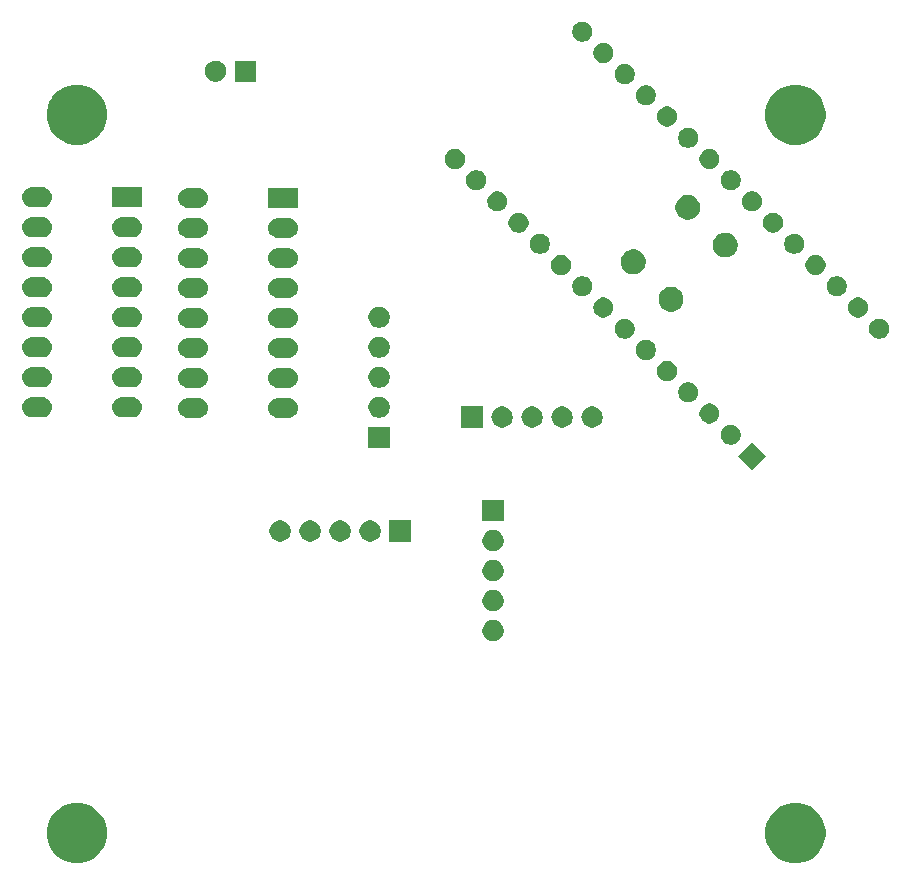
<source format=gbs>
G04 #@! TF.GenerationSoftware,KiCad,Pcbnew,(5.1.5)-3*
G04 #@! TF.CreationDate,2020-10-31T02:17:23+01:00*
G04 #@! TF.ProjectId,Christmas C,43687269-7374-46d6-9173-20432e6b6963,rev?*
G04 #@! TF.SameCoordinates,Original*
G04 #@! TF.FileFunction,Soldermask,Bot*
G04 #@! TF.FilePolarity,Negative*
%FSLAX46Y46*%
G04 Gerber Fmt 4.6, Leading zero omitted, Abs format (unit mm)*
G04 Created by KiCad (PCBNEW (5.1.5)-3) date 2020-10-31 02:17:23*
%MOMM*%
%LPD*%
G04 APERTURE LIST*
%ADD10C,0.100000*%
G04 APERTURE END LIST*
D10*
G36*
X135935598Y-178649033D02*
G01*
X136399850Y-178841332D01*
X136399852Y-178841333D01*
X136817668Y-179120509D01*
X137172991Y-179475832D01*
X137452167Y-179893648D01*
X137452168Y-179893650D01*
X137644467Y-180357902D01*
X137742500Y-180850747D01*
X137742500Y-181353253D01*
X137644467Y-181846098D01*
X137452168Y-182310350D01*
X137452167Y-182310352D01*
X137172991Y-182728168D01*
X136817668Y-183083491D01*
X136399852Y-183362667D01*
X136399851Y-183362668D01*
X136399850Y-183362668D01*
X135935598Y-183554967D01*
X135442753Y-183653000D01*
X134940247Y-183653000D01*
X134447402Y-183554967D01*
X133983150Y-183362668D01*
X133983149Y-183362668D01*
X133983148Y-183362667D01*
X133565332Y-183083491D01*
X133210009Y-182728168D01*
X132930833Y-182310352D01*
X132930832Y-182310350D01*
X132738533Y-181846098D01*
X132640500Y-181353253D01*
X132640500Y-180850747D01*
X132738533Y-180357902D01*
X132930832Y-179893650D01*
X132930833Y-179893648D01*
X133210009Y-179475832D01*
X133565332Y-179120509D01*
X133983148Y-178841333D01*
X133983150Y-178841332D01*
X134447402Y-178649033D01*
X134940247Y-178551000D01*
X135442753Y-178551000D01*
X135935598Y-178649033D01*
G37*
G36*
X75102598Y-178649033D02*
G01*
X75566850Y-178841332D01*
X75566852Y-178841333D01*
X75984668Y-179120509D01*
X76339991Y-179475832D01*
X76619167Y-179893648D01*
X76619168Y-179893650D01*
X76811467Y-180357902D01*
X76909500Y-180850747D01*
X76909500Y-181353253D01*
X76811467Y-181846098D01*
X76619168Y-182310350D01*
X76619167Y-182310352D01*
X76339991Y-182728168D01*
X75984668Y-183083491D01*
X75566852Y-183362667D01*
X75566851Y-183362668D01*
X75566850Y-183362668D01*
X75102598Y-183554967D01*
X74609753Y-183653000D01*
X74107247Y-183653000D01*
X73614402Y-183554967D01*
X73150150Y-183362668D01*
X73150149Y-183362668D01*
X73150148Y-183362667D01*
X72732332Y-183083491D01*
X72377009Y-182728168D01*
X72097833Y-182310352D01*
X72097832Y-182310350D01*
X71905533Y-181846098D01*
X71807500Y-181353253D01*
X71807500Y-180850747D01*
X71905533Y-180357902D01*
X72097832Y-179893650D01*
X72097833Y-179893648D01*
X72377009Y-179475832D01*
X72732332Y-179120509D01*
X73150148Y-178841333D01*
X73150150Y-178841332D01*
X73614402Y-178649033D01*
X74107247Y-178551000D01*
X74609753Y-178551000D01*
X75102598Y-178649033D01*
G37*
G36*
X109714512Y-163060927D02*
G01*
X109863812Y-163090624D01*
X110027784Y-163158544D01*
X110175354Y-163257147D01*
X110300853Y-163382646D01*
X110399456Y-163530216D01*
X110467376Y-163694188D01*
X110502000Y-163868259D01*
X110502000Y-164045741D01*
X110467376Y-164219812D01*
X110399456Y-164383784D01*
X110300853Y-164531354D01*
X110175354Y-164656853D01*
X110027784Y-164755456D01*
X109863812Y-164823376D01*
X109714512Y-164853073D01*
X109689742Y-164858000D01*
X109512258Y-164858000D01*
X109487488Y-164853073D01*
X109338188Y-164823376D01*
X109174216Y-164755456D01*
X109026646Y-164656853D01*
X108901147Y-164531354D01*
X108802544Y-164383784D01*
X108734624Y-164219812D01*
X108700000Y-164045741D01*
X108700000Y-163868259D01*
X108734624Y-163694188D01*
X108802544Y-163530216D01*
X108901147Y-163382646D01*
X109026646Y-163257147D01*
X109174216Y-163158544D01*
X109338188Y-163090624D01*
X109487488Y-163060927D01*
X109512258Y-163056000D01*
X109689742Y-163056000D01*
X109714512Y-163060927D01*
G37*
G36*
X109714512Y-160520927D02*
G01*
X109863812Y-160550624D01*
X110027784Y-160618544D01*
X110175354Y-160717147D01*
X110300853Y-160842646D01*
X110399456Y-160990216D01*
X110467376Y-161154188D01*
X110502000Y-161328259D01*
X110502000Y-161505741D01*
X110467376Y-161679812D01*
X110399456Y-161843784D01*
X110300853Y-161991354D01*
X110175354Y-162116853D01*
X110027784Y-162215456D01*
X109863812Y-162283376D01*
X109714512Y-162313073D01*
X109689742Y-162318000D01*
X109512258Y-162318000D01*
X109487488Y-162313073D01*
X109338188Y-162283376D01*
X109174216Y-162215456D01*
X109026646Y-162116853D01*
X108901147Y-161991354D01*
X108802544Y-161843784D01*
X108734624Y-161679812D01*
X108700000Y-161505741D01*
X108700000Y-161328259D01*
X108734624Y-161154188D01*
X108802544Y-160990216D01*
X108901147Y-160842646D01*
X109026646Y-160717147D01*
X109174216Y-160618544D01*
X109338188Y-160550624D01*
X109487488Y-160520927D01*
X109512258Y-160516000D01*
X109689742Y-160516000D01*
X109714512Y-160520927D01*
G37*
G36*
X109714512Y-157980927D02*
G01*
X109863812Y-158010624D01*
X110027784Y-158078544D01*
X110175354Y-158177147D01*
X110300853Y-158302646D01*
X110399456Y-158450216D01*
X110467376Y-158614188D01*
X110502000Y-158788259D01*
X110502000Y-158965741D01*
X110467376Y-159139812D01*
X110399456Y-159303784D01*
X110300853Y-159451354D01*
X110175354Y-159576853D01*
X110027784Y-159675456D01*
X109863812Y-159743376D01*
X109714512Y-159773073D01*
X109689742Y-159778000D01*
X109512258Y-159778000D01*
X109487488Y-159773073D01*
X109338188Y-159743376D01*
X109174216Y-159675456D01*
X109026646Y-159576853D01*
X108901147Y-159451354D01*
X108802544Y-159303784D01*
X108734624Y-159139812D01*
X108700000Y-158965741D01*
X108700000Y-158788259D01*
X108734624Y-158614188D01*
X108802544Y-158450216D01*
X108901147Y-158302646D01*
X109026646Y-158177147D01*
X109174216Y-158078544D01*
X109338188Y-158010624D01*
X109487488Y-157980927D01*
X109512258Y-157976000D01*
X109689742Y-157976000D01*
X109714512Y-157980927D01*
G37*
G36*
X109714512Y-155440927D02*
G01*
X109863812Y-155470624D01*
X110027784Y-155538544D01*
X110175354Y-155637147D01*
X110300853Y-155762646D01*
X110399456Y-155910216D01*
X110467376Y-156074188D01*
X110502000Y-156248259D01*
X110502000Y-156425741D01*
X110467376Y-156599812D01*
X110399456Y-156763784D01*
X110300853Y-156911354D01*
X110175354Y-157036853D01*
X110027784Y-157135456D01*
X109863812Y-157203376D01*
X109714512Y-157233073D01*
X109689742Y-157238000D01*
X109512258Y-157238000D01*
X109487488Y-157233073D01*
X109338188Y-157203376D01*
X109174216Y-157135456D01*
X109026646Y-157036853D01*
X108901147Y-156911354D01*
X108802544Y-156763784D01*
X108734624Y-156599812D01*
X108700000Y-156425741D01*
X108700000Y-156248259D01*
X108734624Y-156074188D01*
X108802544Y-155910216D01*
X108901147Y-155762646D01*
X109026646Y-155637147D01*
X109174216Y-155538544D01*
X109338188Y-155470624D01*
X109487488Y-155440927D01*
X109512258Y-155436000D01*
X109689742Y-155436000D01*
X109714512Y-155440927D01*
G37*
G36*
X91680512Y-154615427D02*
G01*
X91829812Y-154645124D01*
X91993784Y-154713044D01*
X92141354Y-154811647D01*
X92266853Y-154937146D01*
X92365456Y-155084716D01*
X92433376Y-155248688D01*
X92468000Y-155422759D01*
X92468000Y-155600241D01*
X92433376Y-155774312D01*
X92365456Y-155938284D01*
X92266853Y-156085854D01*
X92141354Y-156211353D01*
X91993784Y-156309956D01*
X91829812Y-156377876D01*
X91680512Y-156407573D01*
X91655742Y-156412500D01*
X91478258Y-156412500D01*
X91453488Y-156407573D01*
X91304188Y-156377876D01*
X91140216Y-156309956D01*
X90992646Y-156211353D01*
X90867147Y-156085854D01*
X90768544Y-155938284D01*
X90700624Y-155774312D01*
X90666000Y-155600241D01*
X90666000Y-155422759D01*
X90700624Y-155248688D01*
X90768544Y-155084716D01*
X90867147Y-154937146D01*
X90992646Y-154811647D01*
X91140216Y-154713044D01*
X91304188Y-154645124D01*
X91453488Y-154615427D01*
X91478258Y-154610500D01*
X91655742Y-154610500D01*
X91680512Y-154615427D01*
G37*
G36*
X102628000Y-156412500D02*
G01*
X100826000Y-156412500D01*
X100826000Y-154610500D01*
X102628000Y-154610500D01*
X102628000Y-156412500D01*
G37*
G36*
X99300512Y-154615427D02*
G01*
X99449812Y-154645124D01*
X99613784Y-154713044D01*
X99761354Y-154811647D01*
X99886853Y-154937146D01*
X99985456Y-155084716D01*
X100053376Y-155248688D01*
X100088000Y-155422759D01*
X100088000Y-155600241D01*
X100053376Y-155774312D01*
X99985456Y-155938284D01*
X99886853Y-156085854D01*
X99761354Y-156211353D01*
X99613784Y-156309956D01*
X99449812Y-156377876D01*
X99300512Y-156407573D01*
X99275742Y-156412500D01*
X99098258Y-156412500D01*
X99073488Y-156407573D01*
X98924188Y-156377876D01*
X98760216Y-156309956D01*
X98612646Y-156211353D01*
X98487147Y-156085854D01*
X98388544Y-155938284D01*
X98320624Y-155774312D01*
X98286000Y-155600241D01*
X98286000Y-155422759D01*
X98320624Y-155248688D01*
X98388544Y-155084716D01*
X98487147Y-154937146D01*
X98612646Y-154811647D01*
X98760216Y-154713044D01*
X98924188Y-154645124D01*
X99073488Y-154615427D01*
X99098258Y-154610500D01*
X99275742Y-154610500D01*
X99300512Y-154615427D01*
G37*
G36*
X96760512Y-154615427D02*
G01*
X96909812Y-154645124D01*
X97073784Y-154713044D01*
X97221354Y-154811647D01*
X97346853Y-154937146D01*
X97445456Y-155084716D01*
X97513376Y-155248688D01*
X97548000Y-155422759D01*
X97548000Y-155600241D01*
X97513376Y-155774312D01*
X97445456Y-155938284D01*
X97346853Y-156085854D01*
X97221354Y-156211353D01*
X97073784Y-156309956D01*
X96909812Y-156377876D01*
X96760512Y-156407573D01*
X96735742Y-156412500D01*
X96558258Y-156412500D01*
X96533488Y-156407573D01*
X96384188Y-156377876D01*
X96220216Y-156309956D01*
X96072646Y-156211353D01*
X95947147Y-156085854D01*
X95848544Y-155938284D01*
X95780624Y-155774312D01*
X95746000Y-155600241D01*
X95746000Y-155422759D01*
X95780624Y-155248688D01*
X95848544Y-155084716D01*
X95947147Y-154937146D01*
X96072646Y-154811647D01*
X96220216Y-154713044D01*
X96384188Y-154645124D01*
X96533488Y-154615427D01*
X96558258Y-154610500D01*
X96735742Y-154610500D01*
X96760512Y-154615427D01*
G37*
G36*
X94220512Y-154615427D02*
G01*
X94369812Y-154645124D01*
X94533784Y-154713044D01*
X94681354Y-154811647D01*
X94806853Y-154937146D01*
X94905456Y-155084716D01*
X94973376Y-155248688D01*
X95008000Y-155422759D01*
X95008000Y-155600241D01*
X94973376Y-155774312D01*
X94905456Y-155938284D01*
X94806853Y-156085854D01*
X94681354Y-156211353D01*
X94533784Y-156309956D01*
X94369812Y-156377876D01*
X94220512Y-156407573D01*
X94195742Y-156412500D01*
X94018258Y-156412500D01*
X93993488Y-156407573D01*
X93844188Y-156377876D01*
X93680216Y-156309956D01*
X93532646Y-156211353D01*
X93407147Y-156085854D01*
X93308544Y-155938284D01*
X93240624Y-155774312D01*
X93206000Y-155600241D01*
X93206000Y-155422759D01*
X93240624Y-155248688D01*
X93308544Y-155084716D01*
X93407147Y-154937146D01*
X93532646Y-154811647D01*
X93680216Y-154713044D01*
X93844188Y-154645124D01*
X93993488Y-154615427D01*
X94018258Y-154610500D01*
X94195742Y-154610500D01*
X94220512Y-154615427D01*
G37*
G36*
X110502000Y-154698000D02*
G01*
X108700000Y-154698000D01*
X108700000Y-152896000D01*
X110502000Y-152896000D01*
X110502000Y-154698000D01*
G37*
G36*
X132711996Y-149161500D02*
G01*
X131508500Y-150364996D01*
X130305004Y-149161500D01*
X131508500Y-147958004D01*
X132711996Y-149161500D01*
G37*
G36*
X100850000Y-148475000D02*
G01*
X99048000Y-148475000D01*
X99048000Y-146673000D01*
X100850000Y-146673000D01*
X100850000Y-148475000D01*
G37*
G36*
X129960677Y-146547152D02*
G01*
X130115549Y-146611302D01*
X130254930Y-146704434D01*
X130373464Y-146822968D01*
X130466596Y-146962349D01*
X130530746Y-147117221D01*
X130563449Y-147281633D01*
X130563449Y-147449265D01*
X130530746Y-147613677D01*
X130466596Y-147768549D01*
X130373464Y-147907930D01*
X130254930Y-148026464D01*
X130115549Y-148119596D01*
X129960677Y-148183746D01*
X129796265Y-148216449D01*
X129628633Y-148216449D01*
X129464221Y-148183746D01*
X129309349Y-148119596D01*
X129169968Y-148026464D01*
X129051434Y-147907930D01*
X128958302Y-147768549D01*
X128894152Y-147613677D01*
X128861449Y-147449265D01*
X128861449Y-147281633D01*
X128894152Y-147117221D01*
X128958302Y-146962349D01*
X129051434Y-146822968D01*
X129169968Y-146704434D01*
X129309349Y-146611302D01*
X129464221Y-146547152D01*
X129628633Y-146514449D01*
X129796265Y-146514449D01*
X129960677Y-146547152D01*
G37*
G36*
X110476512Y-144963427D02*
G01*
X110625812Y-144993124D01*
X110789784Y-145061044D01*
X110937354Y-145159647D01*
X111062853Y-145285146D01*
X111161456Y-145432716D01*
X111229376Y-145596688D01*
X111240619Y-145653214D01*
X111264000Y-145770758D01*
X111264000Y-145948242D01*
X111259176Y-145972495D01*
X111229376Y-146122312D01*
X111161456Y-146286284D01*
X111062853Y-146433854D01*
X110937354Y-146559353D01*
X110789784Y-146657956D01*
X110625812Y-146725876D01*
X110476512Y-146755573D01*
X110451742Y-146760500D01*
X110274258Y-146760500D01*
X110249488Y-146755573D01*
X110100188Y-146725876D01*
X109936216Y-146657956D01*
X109788646Y-146559353D01*
X109663147Y-146433854D01*
X109564544Y-146286284D01*
X109496624Y-146122312D01*
X109466824Y-145972495D01*
X109462000Y-145948242D01*
X109462000Y-145770758D01*
X109485381Y-145653214D01*
X109496624Y-145596688D01*
X109564544Y-145432716D01*
X109663147Y-145285146D01*
X109788646Y-145159647D01*
X109936216Y-145061044D01*
X110100188Y-144993124D01*
X110249488Y-144963427D01*
X110274258Y-144958500D01*
X110451742Y-144958500D01*
X110476512Y-144963427D01*
G37*
G36*
X108724000Y-146760500D02*
G01*
X106922000Y-146760500D01*
X106922000Y-144958500D01*
X108724000Y-144958500D01*
X108724000Y-146760500D01*
G37*
G36*
X118096512Y-144963427D02*
G01*
X118245812Y-144993124D01*
X118409784Y-145061044D01*
X118557354Y-145159647D01*
X118682853Y-145285146D01*
X118781456Y-145432716D01*
X118849376Y-145596688D01*
X118860619Y-145653214D01*
X118884000Y-145770758D01*
X118884000Y-145948242D01*
X118879176Y-145972495D01*
X118849376Y-146122312D01*
X118781456Y-146286284D01*
X118682853Y-146433854D01*
X118557354Y-146559353D01*
X118409784Y-146657956D01*
X118245812Y-146725876D01*
X118096512Y-146755573D01*
X118071742Y-146760500D01*
X117894258Y-146760500D01*
X117869488Y-146755573D01*
X117720188Y-146725876D01*
X117556216Y-146657956D01*
X117408646Y-146559353D01*
X117283147Y-146433854D01*
X117184544Y-146286284D01*
X117116624Y-146122312D01*
X117086824Y-145972495D01*
X117082000Y-145948242D01*
X117082000Y-145770758D01*
X117105381Y-145653214D01*
X117116624Y-145596688D01*
X117184544Y-145432716D01*
X117283147Y-145285146D01*
X117408646Y-145159647D01*
X117556216Y-145061044D01*
X117720188Y-144993124D01*
X117869488Y-144963427D01*
X117894258Y-144958500D01*
X118071742Y-144958500D01*
X118096512Y-144963427D01*
G37*
G36*
X115556512Y-144963427D02*
G01*
X115705812Y-144993124D01*
X115869784Y-145061044D01*
X116017354Y-145159647D01*
X116142853Y-145285146D01*
X116241456Y-145432716D01*
X116309376Y-145596688D01*
X116320619Y-145653214D01*
X116344000Y-145770758D01*
X116344000Y-145948242D01*
X116339176Y-145972495D01*
X116309376Y-146122312D01*
X116241456Y-146286284D01*
X116142853Y-146433854D01*
X116017354Y-146559353D01*
X115869784Y-146657956D01*
X115705812Y-146725876D01*
X115556512Y-146755573D01*
X115531742Y-146760500D01*
X115354258Y-146760500D01*
X115329488Y-146755573D01*
X115180188Y-146725876D01*
X115016216Y-146657956D01*
X114868646Y-146559353D01*
X114743147Y-146433854D01*
X114644544Y-146286284D01*
X114576624Y-146122312D01*
X114546824Y-145972495D01*
X114542000Y-145948242D01*
X114542000Y-145770758D01*
X114565381Y-145653214D01*
X114576624Y-145596688D01*
X114644544Y-145432716D01*
X114743147Y-145285146D01*
X114868646Y-145159647D01*
X115016216Y-145061044D01*
X115180188Y-144993124D01*
X115329488Y-144963427D01*
X115354258Y-144958500D01*
X115531742Y-144958500D01*
X115556512Y-144963427D01*
G37*
G36*
X113016512Y-144963427D02*
G01*
X113165812Y-144993124D01*
X113329784Y-145061044D01*
X113477354Y-145159647D01*
X113602853Y-145285146D01*
X113701456Y-145432716D01*
X113769376Y-145596688D01*
X113780619Y-145653214D01*
X113804000Y-145770758D01*
X113804000Y-145948242D01*
X113799176Y-145972495D01*
X113769376Y-146122312D01*
X113701456Y-146286284D01*
X113602853Y-146433854D01*
X113477354Y-146559353D01*
X113329784Y-146657956D01*
X113165812Y-146725876D01*
X113016512Y-146755573D01*
X112991742Y-146760500D01*
X112814258Y-146760500D01*
X112789488Y-146755573D01*
X112640188Y-146725876D01*
X112476216Y-146657956D01*
X112328646Y-146559353D01*
X112203147Y-146433854D01*
X112104544Y-146286284D01*
X112036624Y-146122312D01*
X112006824Y-145972495D01*
X112002000Y-145948242D01*
X112002000Y-145770758D01*
X112025381Y-145653214D01*
X112036624Y-145596688D01*
X112104544Y-145432716D01*
X112203147Y-145285146D01*
X112328646Y-145159647D01*
X112476216Y-145061044D01*
X112640188Y-144993124D01*
X112789488Y-144963427D01*
X112814258Y-144958500D01*
X112991742Y-144958500D01*
X113016512Y-144963427D01*
G37*
G36*
X128164626Y-144751101D02*
G01*
X128319498Y-144815251D01*
X128458879Y-144908383D01*
X128577413Y-145026917D01*
X128670545Y-145166298D01*
X128734695Y-145321170D01*
X128767398Y-145485582D01*
X128767398Y-145653214D01*
X128734695Y-145817626D01*
X128670545Y-145972498D01*
X128577413Y-146111879D01*
X128458879Y-146230413D01*
X128319498Y-146323545D01*
X128164626Y-146387695D01*
X128000214Y-146420398D01*
X127832582Y-146420398D01*
X127668170Y-146387695D01*
X127513298Y-146323545D01*
X127373917Y-146230413D01*
X127255383Y-146111879D01*
X127162251Y-145972498D01*
X127098101Y-145817626D01*
X127065398Y-145653214D01*
X127065398Y-145485582D01*
X127098101Y-145321170D01*
X127162251Y-145166298D01*
X127255383Y-145026917D01*
X127373917Y-144908383D01*
X127513298Y-144815251D01*
X127668170Y-144751101D01*
X127832582Y-144718398D01*
X128000214Y-144718398D01*
X128164626Y-144751101D01*
G37*
G36*
X92387823Y-144258813D02*
G01*
X92548242Y-144307476D01*
X92680906Y-144378386D01*
X92696078Y-144386496D01*
X92825659Y-144492841D01*
X92932004Y-144622422D01*
X92932005Y-144622424D01*
X93011024Y-144770258D01*
X93011025Y-144770261D01*
X93020083Y-144800120D01*
X93059687Y-144930677D01*
X93076117Y-145097500D01*
X93059687Y-145264323D01*
X93011024Y-145424742D01*
X92965946Y-145509076D01*
X92932004Y-145572578D01*
X92825659Y-145702159D01*
X92696078Y-145808504D01*
X92696076Y-145808505D01*
X92548242Y-145887524D01*
X92387823Y-145936187D01*
X92262804Y-145948500D01*
X91379196Y-145948500D01*
X91254177Y-145936187D01*
X91093758Y-145887524D01*
X90945924Y-145808505D01*
X90945922Y-145808504D01*
X90816341Y-145702159D01*
X90709996Y-145572578D01*
X90676054Y-145509076D01*
X90630976Y-145424742D01*
X90582313Y-145264323D01*
X90565883Y-145097500D01*
X90582313Y-144930677D01*
X90621917Y-144800120D01*
X90630975Y-144770261D01*
X90630976Y-144770258D01*
X90709995Y-144622424D01*
X90709996Y-144622422D01*
X90816341Y-144492841D01*
X90945922Y-144386496D01*
X90961094Y-144378386D01*
X91093758Y-144307476D01*
X91254177Y-144258813D01*
X91379196Y-144246500D01*
X92262804Y-144246500D01*
X92387823Y-144258813D01*
G37*
G36*
X84767823Y-144258813D02*
G01*
X84928242Y-144307476D01*
X85060906Y-144378386D01*
X85076078Y-144386496D01*
X85205659Y-144492841D01*
X85312004Y-144622422D01*
X85312005Y-144622424D01*
X85391024Y-144770258D01*
X85391025Y-144770261D01*
X85400083Y-144800120D01*
X85439687Y-144930677D01*
X85456117Y-145097500D01*
X85439687Y-145264323D01*
X85391024Y-145424742D01*
X85345946Y-145509076D01*
X85312004Y-145572578D01*
X85205659Y-145702159D01*
X85076078Y-145808504D01*
X85076076Y-145808505D01*
X84928242Y-145887524D01*
X84767823Y-145936187D01*
X84642804Y-145948500D01*
X83759196Y-145948500D01*
X83634177Y-145936187D01*
X83473758Y-145887524D01*
X83325924Y-145808505D01*
X83325922Y-145808504D01*
X83196341Y-145702159D01*
X83089996Y-145572578D01*
X83056054Y-145509076D01*
X83010976Y-145424742D01*
X82962313Y-145264323D01*
X82945883Y-145097500D01*
X82962313Y-144930677D01*
X83001917Y-144800120D01*
X83010975Y-144770261D01*
X83010976Y-144770258D01*
X83089995Y-144622424D01*
X83089996Y-144622422D01*
X83196341Y-144492841D01*
X83325922Y-144386496D01*
X83341094Y-144378386D01*
X83473758Y-144307476D01*
X83634177Y-144258813D01*
X83759196Y-144246500D01*
X84642804Y-144246500D01*
X84767823Y-144258813D01*
G37*
G36*
X100062512Y-144137927D02*
G01*
X100211812Y-144167624D01*
X100375784Y-144235544D01*
X100523354Y-144334147D01*
X100648853Y-144459646D01*
X100747456Y-144607216D01*
X100815376Y-144771188D01*
X100850000Y-144945259D01*
X100850000Y-145122741D01*
X100815376Y-145296812D01*
X100747456Y-145460784D01*
X100648853Y-145608354D01*
X100523354Y-145733853D01*
X100375784Y-145832456D01*
X100211812Y-145900376D01*
X100062512Y-145930073D01*
X100037742Y-145935000D01*
X99860258Y-145935000D01*
X99835488Y-145930073D01*
X99686188Y-145900376D01*
X99522216Y-145832456D01*
X99374646Y-145733853D01*
X99249147Y-145608354D01*
X99150544Y-145460784D01*
X99082624Y-145296812D01*
X99048000Y-145122741D01*
X99048000Y-144945259D01*
X99082624Y-144771188D01*
X99150544Y-144607216D01*
X99249147Y-144459646D01*
X99374646Y-144334147D01*
X99522216Y-144235544D01*
X99686188Y-144167624D01*
X99835488Y-144137927D01*
X99860258Y-144133000D01*
X100037742Y-144133000D01*
X100062512Y-144137927D01*
G37*
G36*
X79179823Y-144195313D02*
G01*
X79340242Y-144243976D01*
X79459040Y-144307475D01*
X79488078Y-144322996D01*
X79617659Y-144429341D01*
X79724004Y-144558922D01*
X79724005Y-144558924D01*
X79803024Y-144706758D01*
X79851687Y-144867177D01*
X79868117Y-145034000D01*
X79851687Y-145200823D01*
X79803024Y-145361242D01*
X79736563Y-145485582D01*
X79724004Y-145509078D01*
X79617659Y-145638659D01*
X79488078Y-145745004D01*
X79488076Y-145745005D01*
X79340242Y-145824024D01*
X79179823Y-145872687D01*
X79054804Y-145885000D01*
X78171196Y-145885000D01*
X78046177Y-145872687D01*
X77885758Y-145824024D01*
X77737924Y-145745005D01*
X77737922Y-145745004D01*
X77608341Y-145638659D01*
X77501996Y-145509078D01*
X77489437Y-145485582D01*
X77422976Y-145361242D01*
X77374313Y-145200823D01*
X77357883Y-145034000D01*
X77374313Y-144867177D01*
X77422976Y-144706758D01*
X77501995Y-144558924D01*
X77501996Y-144558922D01*
X77608341Y-144429341D01*
X77737922Y-144322996D01*
X77766960Y-144307475D01*
X77885758Y-144243976D01*
X78046177Y-144195313D01*
X78171196Y-144183000D01*
X79054804Y-144183000D01*
X79179823Y-144195313D01*
G37*
G36*
X71559823Y-144195313D02*
G01*
X71720242Y-144243976D01*
X71839040Y-144307475D01*
X71868078Y-144322996D01*
X71997659Y-144429341D01*
X72104004Y-144558922D01*
X72104005Y-144558924D01*
X72183024Y-144706758D01*
X72231687Y-144867177D01*
X72248117Y-145034000D01*
X72231687Y-145200823D01*
X72183024Y-145361242D01*
X72116563Y-145485582D01*
X72104004Y-145509078D01*
X71997659Y-145638659D01*
X71868078Y-145745004D01*
X71868076Y-145745005D01*
X71720242Y-145824024D01*
X71559823Y-145872687D01*
X71434804Y-145885000D01*
X70551196Y-145885000D01*
X70426177Y-145872687D01*
X70265758Y-145824024D01*
X70117924Y-145745005D01*
X70117922Y-145745004D01*
X69988341Y-145638659D01*
X69881996Y-145509078D01*
X69869437Y-145485582D01*
X69802976Y-145361242D01*
X69754313Y-145200823D01*
X69737883Y-145034000D01*
X69754313Y-144867177D01*
X69802976Y-144706758D01*
X69881995Y-144558924D01*
X69881996Y-144558922D01*
X69988341Y-144429341D01*
X70117922Y-144322996D01*
X70146960Y-144307475D01*
X70265758Y-144243976D01*
X70426177Y-144195313D01*
X70551196Y-144183000D01*
X71434804Y-144183000D01*
X71559823Y-144195313D01*
G37*
G36*
X126368574Y-142955049D02*
G01*
X126523446Y-143019199D01*
X126662827Y-143112331D01*
X126781361Y-143230865D01*
X126874493Y-143370246D01*
X126938643Y-143525118D01*
X126971346Y-143689530D01*
X126971346Y-143857162D01*
X126938643Y-144021574D01*
X126874493Y-144176446D01*
X126781361Y-144315827D01*
X126662827Y-144434361D01*
X126523446Y-144527493D01*
X126368574Y-144591643D01*
X126204162Y-144624346D01*
X126036530Y-144624346D01*
X125872118Y-144591643D01*
X125717246Y-144527493D01*
X125577865Y-144434361D01*
X125459331Y-144315827D01*
X125366199Y-144176446D01*
X125302049Y-144021574D01*
X125269346Y-143857162D01*
X125269346Y-143689530D01*
X125302049Y-143525118D01*
X125366199Y-143370246D01*
X125459331Y-143230865D01*
X125577865Y-143112331D01*
X125717246Y-143019199D01*
X125872118Y-142955049D01*
X126036530Y-142922346D01*
X126204162Y-142922346D01*
X126368574Y-142955049D01*
G37*
G36*
X92387823Y-141718813D02*
G01*
X92548242Y-141767476D01*
X92680906Y-141838386D01*
X92696078Y-141846496D01*
X92825659Y-141952841D01*
X92932004Y-142082422D01*
X92932005Y-142082424D01*
X93011024Y-142230258D01*
X93011025Y-142230261D01*
X93020083Y-142260120D01*
X93059687Y-142390677D01*
X93076117Y-142557500D01*
X93059687Y-142724323D01*
X93011024Y-142884742D01*
X92991760Y-142920782D01*
X92932004Y-143032578D01*
X92825659Y-143162159D01*
X92696078Y-143268504D01*
X92696076Y-143268505D01*
X92548242Y-143347524D01*
X92387823Y-143396187D01*
X92262804Y-143408500D01*
X91379196Y-143408500D01*
X91254177Y-143396187D01*
X91093758Y-143347524D01*
X90945924Y-143268505D01*
X90945922Y-143268504D01*
X90816341Y-143162159D01*
X90709996Y-143032578D01*
X90650240Y-142920782D01*
X90630976Y-142884742D01*
X90582313Y-142724323D01*
X90565883Y-142557500D01*
X90582313Y-142390677D01*
X90621917Y-142260120D01*
X90630975Y-142230261D01*
X90630976Y-142230258D01*
X90709995Y-142082424D01*
X90709996Y-142082422D01*
X90816341Y-141952841D01*
X90945922Y-141846496D01*
X90961094Y-141838386D01*
X91093758Y-141767476D01*
X91254177Y-141718813D01*
X91379196Y-141706500D01*
X92262804Y-141706500D01*
X92387823Y-141718813D01*
G37*
G36*
X84767823Y-141718813D02*
G01*
X84928242Y-141767476D01*
X85060906Y-141838386D01*
X85076078Y-141846496D01*
X85205659Y-141952841D01*
X85312004Y-142082422D01*
X85312005Y-142082424D01*
X85391024Y-142230258D01*
X85391025Y-142230261D01*
X85400083Y-142260120D01*
X85439687Y-142390677D01*
X85456117Y-142557500D01*
X85439687Y-142724323D01*
X85391024Y-142884742D01*
X85371760Y-142920782D01*
X85312004Y-143032578D01*
X85205659Y-143162159D01*
X85076078Y-143268504D01*
X85076076Y-143268505D01*
X84928242Y-143347524D01*
X84767823Y-143396187D01*
X84642804Y-143408500D01*
X83759196Y-143408500D01*
X83634177Y-143396187D01*
X83473758Y-143347524D01*
X83325924Y-143268505D01*
X83325922Y-143268504D01*
X83196341Y-143162159D01*
X83089996Y-143032578D01*
X83030240Y-142920782D01*
X83010976Y-142884742D01*
X82962313Y-142724323D01*
X82945883Y-142557500D01*
X82962313Y-142390677D01*
X83001917Y-142260120D01*
X83010975Y-142230261D01*
X83010976Y-142230258D01*
X83089995Y-142082424D01*
X83089996Y-142082422D01*
X83196341Y-141952841D01*
X83325922Y-141846496D01*
X83341094Y-141838386D01*
X83473758Y-141767476D01*
X83634177Y-141718813D01*
X83759196Y-141706500D01*
X84642804Y-141706500D01*
X84767823Y-141718813D01*
G37*
G36*
X100062512Y-141597927D02*
G01*
X100211812Y-141627624D01*
X100375784Y-141695544D01*
X100523354Y-141794147D01*
X100648853Y-141919646D01*
X100747456Y-142067216D01*
X100815376Y-142231188D01*
X100850000Y-142405259D01*
X100850000Y-142582741D01*
X100815376Y-142756812D01*
X100747456Y-142920784D01*
X100648853Y-143068354D01*
X100523354Y-143193853D01*
X100375784Y-143292456D01*
X100211812Y-143360376D01*
X100062512Y-143390073D01*
X100037742Y-143395000D01*
X99860258Y-143395000D01*
X99835488Y-143390073D01*
X99686188Y-143360376D01*
X99522216Y-143292456D01*
X99374646Y-143193853D01*
X99249147Y-143068354D01*
X99150544Y-142920784D01*
X99082624Y-142756812D01*
X99048000Y-142582741D01*
X99048000Y-142405259D01*
X99082624Y-142231188D01*
X99150544Y-142067216D01*
X99249147Y-141919646D01*
X99374646Y-141794147D01*
X99522216Y-141695544D01*
X99686188Y-141627624D01*
X99835488Y-141597927D01*
X99860258Y-141593000D01*
X100037742Y-141593000D01*
X100062512Y-141597927D01*
G37*
G36*
X79179823Y-141655313D02*
G01*
X79340242Y-141703976D01*
X79459040Y-141767475D01*
X79488078Y-141782996D01*
X79617659Y-141889341D01*
X79724004Y-142018922D01*
X79724005Y-142018924D01*
X79803024Y-142166758D01*
X79851687Y-142327177D01*
X79868117Y-142494000D01*
X79851687Y-142660823D01*
X79803024Y-142821242D01*
X79748983Y-142922346D01*
X79724004Y-142969078D01*
X79617659Y-143098659D01*
X79488078Y-143205004D01*
X79488076Y-143205005D01*
X79340242Y-143284024D01*
X79179823Y-143332687D01*
X79054804Y-143345000D01*
X78171196Y-143345000D01*
X78046177Y-143332687D01*
X77885758Y-143284024D01*
X77737924Y-143205005D01*
X77737922Y-143205004D01*
X77608341Y-143098659D01*
X77501996Y-142969078D01*
X77477017Y-142922346D01*
X77422976Y-142821242D01*
X77374313Y-142660823D01*
X77357883Y-142494000D01*
X77374313Y-142327177D01*
X77422976Y-142166758D01*
X77501995Y-142018924D01*
X77501996Y-142018922D01*
X77608341Y-141889341D01*
X77737922Y-141782996D01*
X77766960Y-141767475D01*
X77885758Y-141703976D01*
X78046177Y-141655313D01*
X78171196Y-141643000D01*
X79054804Y-141643000D01*
X79179823Y-141655313D01*
G37*
G36*
X71559823Y-141655313D02*
G01*
X71720242Y-141703976D01*
X71839040Y-141767475D01*
X71868078Y-141782996D01*
X71997659Y-141889341D01*
X72104004Y-142018922D01*
X72104005Y-142018924D01*
X72183024Y-142166758D01*
X72231687Y-142327177D01*
X72248117Y-142494000D01*
X72231687Y-142660823D01*
X72183024Y-142821242D01*
X72128983Y-142922346D01*
X72104004Y-142969078D01*
X71997659Y-143098659D01*
X71868078Y-143205004D01*
X71868076Y-143205005D01*
X71720242Y-143284024D01*
X71559823Y-143332687D01*
X71434804Y-143345000D01*
X70551196Y-143345000D01*
X70426177Y-143332687D01*
X70265758Y-143284024D01*
X70117924Y-143205005D01*
X70117922Y-143205004D01*
X69988341Y-143098659D01*
X69881996Y-142969078D01*
X69857017Y-142922346D01*
X69802976Y-142821242D01*
X69754313Y-142660823D01*
X69737883Y-142494000D01*
X69754313Y-142327177D01*
X69802976Y-142166758D01*
X69881995Y-142018924D01*
X69881996Y-142018922D01*
X69988341Y-141889341D01*
X70117922Y-141782996D01*
X70146960Y-141767475D01*
X70265758Y-141703976D01*
X70426177Y-141655313D01*
X70551196Y-141643000D01*
X71434804Y-141643000D01*
X71559823Y-141655313D01*
G37*
G36*
X124572523Y-141158998D02*
G01*
X124727395Y-141223148D01*
X124866776Y-141316280D01*
X124985310Y-141434814D01*
X125078442Y-141574195D01*
X125142592Y-141729067D01*
X125175295Y-141893479D01*
X125175295Y-142061111D01*
X125142592Y-142225523D01*
X125078442Y-142380395D01*
X124985310Y-142519776D01*
X124866776Y-142638310D01*
X124727395Y-142731442D01*
X124572523Y-142795592D01*
X124408111Y-142828295D01*
X124240479Y-142828295D01*
X124076067Y-142795592D01*
X123921195Y-142731442D01*
X123781814Y-142638310D01*
X123663280Y-142519776D01*
X123570148Y-142380395D01*
X123505998Y-142225523D01*
X123473295Y-142061111D01*
X123473295Y-141893479D01*
X123505998Y-141729067D01*
X123570148Y-141574195D01*
X123663280Y-141434814D01*
X123781814Y-141316280D01*
X123921195Y-141223148D01*
X124076067Y-141158998D01*
X124240479Y-141126295D01*
X124408111Y-141126295D01*
X124572523Y-141158998D01*
G37*
G36*
X122776472Y-139362947D02*
G01*
X122931344Y-139427097D01*
X123070725Y-139520229D01*
X123189259Y-139638763D01*
X123282391Y-139778144D01*
X123346541Y-139933016D01*
X123379244Y-140097428D01*
X123379244Y-140265060D01*
X123346541Y-140429472D01*
X123282391Y-140584344D01*
X123189259Y-140723725D01*
X123070725Y-140842259D01*
X122931344Y-140935391D01*
X122776472Y-140999541D01*
X122612060Y-141032244D01*
X122444428Y-141032244D01*
X122280016Y-140999541D01*
X122125144Y-140935391D01*
X121985763Y-140842259D01*
X121867229Y-140723725D01*
X121774097Y-140584344D01*
X121709947Y-140429472D01*
X121677244Y-140265060D01*
X121677244Y-140097428D01*
X121709947Y-139933016D01*
X121774097Y-139778144D01*
X121867229Y-139638763D01*
X121985763Y-139520229D01*
X122125144Y-139427097D01*
X122280016Y-139362947D01*
X122444428Y-139330244D01*
X122612060Y-139330244D01*
X122776472Y-139362947D01*
G37*
G36*
X84767823Y-139178813D02*
G01*
X84928242Y-139227476D01*
X85060906Y-139298386D01*
X85076078Y-139306496D01*
X85205659Y-139412841D01*
X85312004Y-139542422D01*
X85312005Y-139542424D01*
X85391024Y-139690258D01*
X85391025Y-139690261D01*
X85400083Y-139720120D01*
X85439687Y-139850677D01*
X85456117Y-140017500D01*
X85439687Y-140184323D01*
X85391024Y-140344742D01*
X85371760Y-140380782D01*
X85312004Y-140492578D01*
X85205659Y-140622159D01*
X85076078Y-140728504D01*
X85076076Y-140728505D01*
X84928242Y-140807524D01*
X84767823Y-140856187D01*
X84642804Y-140868500D01*
X83759196Y-140868500D01*
X83634177Y-140856187D01*
X83473758Y-140807524D01*
X83325924Y-140728505D01*
X83325922Y-140728504D01*
X83196341Y-140622159D01*
X83089996Y-140492578D01*
X83030240Y-140380782D01*
X83010976Y-140344742D01*
X82962313Y-140184323D01*
X82945883Y-140017500D01*
X82962313Y-139850677D01*
X83001917Y-139720120D01*
X83010975Y-139690261D01*
X83010976Y-139690258D01*
X83089995Y-139542424D01*
X83089996Y-139542422D01*
X83196341Y-139412841D01*
X83325922Y-139306496D01*
X83341094Y-139298386D01*
X83473758Y-139227476D01*
X83634177Y-139178813D01*
X83759196Y-139166500D01*
X84642804Y-139166500D01*
X84767823Y-139178813D01*
G37*
G36*
X92387823Y-139178813D02*
G01*
X92548242Y-139227476D01*
X92680906Y-139298386D01*
X92696078Y-139306496D01*
X92825659Y-139412841D01*
X92932004Y-139542422D01*
X92932005Y-139542424D01*
X93011024Y-139690258D01*
X93011025Y-139690261D01*
X93020083Y-139720120D01*
X93059687Y-139850677D01*
X93076117Y-140017500D01*
X93059687Y-140184323D01*
X93011024Y-140344742D01*
X92991760Y-140380782D01*
X92932004Y-140492578D01*
X92825659Y-140622159D01*
X92696078Y-140728504D01*
X92696076Y-140728505D01*
X92548242Y-140807524D01*
X92387823Y-140856187D01*
X92262804Y-140868500D01*
X91379196Y-140868500D01*
X91254177Y-140856187D01*
X91093758Y-140807524D01*
X90945924Y-140728505D01*
X90945922Y-140728504D01*
X90816341Y-140622159D01*
X90709996Y-140492578D01*
X90650240Y-140380782D01*
X90630976Y-140344742D01*
X90582313Y-140184323D01*
X90565883Y-140017500D01*
X90582313Y-139850677D01*
X90621917Y-139720120D01*
X90630975Y-139690261D01*
X90630976Y-139690258D01*
X90709995Y-139542424D01*
X90709996Y-139542422D01*
X90816341Y-139412841D01*
X90945922Y-139306496D01*
X90961094Y-139298386D01*
X91093758Y-139227476D01*
X91254177Y-139178813D01*
X91379196Y-139166500D01*
X92262804Y-139166500D01*
X92387823Y-139178813D01*
G37*
G36*
X100062512Y-139057927D02*
G01*
X100211812Y-139087624D01*
X100375784Y-139155544D01*
X100523354Y-139254147D01*
X100648853Y-139379646D01*
X100747456Y-139527216D01*
X100815376Y-139691188D01*
X100850000Y-139865259D01*
X100850000Y-140042741D01*
X100815376Y-140216812D01*
X100747456Y-140380784D01*
X100648853Y-140528354D01*
X100523354Y-140653853D01*
X100375784Y-140752456D01*
X100211812Y-140820376D01*
X100062512Y-140850073D01*
X100037742Y-140855000D01*
X99860258Y-140855000D01*
X99835488Y-140850073D01*
X99686188Y-140820376D01*
X99522216Y-140752456D01*
X99374646Y-140653853D01*
X99249147Y-140528354D01*
X99150544Y-140380784D01*
X99082624Y-140216812D01*
X99048000Y-140042741D01*
X99048000Y-139865259D01*
X99082624Y-139691188D01*
X99150544Y-139527216D01*
X99249147Y-139379646D01*
X99374646Y-139254147D01*
X99522216Y-139155544D01*
X99686188Y-139087624D01*
X99835488Y-139057927D01*
X99860258Y-139053000D01*
X100037742Y-139053000D01*
X100062512Y-139057927D01*
G37*
G36*
X79179823Y-139115313D02*
G01*
X79340242Y-139163976D01*
X79414167Y-139203490D01*
X79488078Y-139242996D01*
X79617659Y-139349341D01*
X79724004Y-139478922D01*
X79724005Y-139478924D01*
X79803024Y-139626758D01*
X79851687Y-139787177D01*
X79868117Y-139954000D01*
X79851687Y-140120823D01*
X79803024Y-140281242D01*
X79732114Y-140413906D01*
X79724004Y-140429078D01*
X79617659Y-140558659D01*
X79488078Y-140665004D01*
X79488076Y-140665005D01*
X79340242Y-140744024D01*
X79179823Y-140792687D01*
X79054804Y-140805000D01*
X78171196Y-140805000D01*
X78046177Y-140792687D01*
X77885758Y-140744024D01*
X77737924Y-140665005D01*
X77737922Y-140665004D01*
X77608341Y-140558659D01*
X77501996Y-140429078D01*
X77493886Y-140413906D01*
X77422976Y-140281242D01*
X77374313Y-140120823D01*
X77357883Y-139954000D01*
X77374313Y-139787177D01*
X77422976Y-139626758D01*
X77501995Y-139478924D01*
X77501996Y-139478922D01*
X77608341Y-139349341D01*
X77737922Y-139242996D01*
X77811833Y-139203490D01*
X77885758Y-139163976D01*
X78046177Y-139115313D01*
X78171196Y-139103000D01*
X79054804Y-139103000D01*
X79179823Y-139115313D01*
G37*
G36*
X71559823Y-139115313D02*
G01*
X71720242Y-139163976D01*
X71794167Y-139203490D01*
X71868078Y-139242996D01*
X71997659Y-139349341D01*
X72104004Y-139478922D01*
X72104005Y-139478924D01*
X72183024Y-139626758D01*
X72231687Y-139787177D01*
X72248117Y-139954000D01*
X72231687Y-140120823D01*
X72183024Y-140281242D01*
X72112114Y-140413906D01*
X72104004Y-140429078D01*
X71997659Y-140558659D01*
X71868078Y-140665004D01*
X71868076Y-140665005D01*
X71720242Y-140744024D01*
X71559823Y-140792687D01*
X71434804Y-140805000D01*
X70551196Y-140805000D01*
X70426177Y-140792687D01*
X70265758Y-140744024D01*
X70117924Y-140665005D01*
X70117922Y-140665004D01*
X69988341Y-140558659D01*
X69881996Y-140429078D01*
X69873886Y-140413906D01*
X69802976Y-140281242D01*
X69754313Y-140120823D01*
X69737883Y-139954000D01*
X69754313Y-139787177D01*
X69802976Y-139626758D01*
X69881995Y-139478924D01*
X69881996Y-139478922D01*
X69988341Y-139349341D01*
X70117922Y-139242996D01*
X70191833Y-139203490D01*
X70265758Y-139163976D01*
X70426177Y-139115313D01*
X70551196Y-139103000D01*
X71434804Y-139103000D01*
X71559823Y-139115313D01*
G37*
G36*
X142533035Y-137566896D02*
G01*
X142687907Y-137631046D01*
X142827288Y-137724178D01*
X142945822Y-137842712D01*
X143038954Y-137982093D01*
X143103104Y-138136965D01*
X143135807Y-138301377D01*
X143135807Y-138469009D01*
X143103104Y-138633421D01*
X143038954Y-138788293D01*
X142945822Y-138927674D01*
X142827288Y-139046208D01*
X142687907Y-139139340D01*
X142533035Y-139203490D01*
X142368623Y-139236193D01*
X142200991Y-139236193D01*
X142036579Y-139203490D01*
X141881707Y-139139340D01*
X141742326Y-139046208D01*
X141623792Y-138927674D01*
X141530660Y-138788293D01*
X141466510Y-138633421D01*
X141433807Y-138469009D01*
X141433807Y-138301377D01*
X141466510Y-138136965D01*
X141530660Y-137982093D01*
X141623792Y-137842712D01*
X141742326Y-137724178D01*
X141881707Y-137631046D01*
X142036579Y-137566896D01*
X142200991Y-137534193D01*
X142368623Y-137534193D01*
X142533035Y-137566896D01*
G37*
G36*
X120980421Y-137566896D02*
G01*
X121135293Y-137631046D01*
X121274674Y-137724178D01*
X121393208Y-137842712D01*
X121486340Y-137982093D01*
X121550490Y-138136965D01*
X121583193Y-138301377D01*
X121583193Y-138469009D01*
X121550490Y-138633421D01*
X121486340Y-138788293D01*
X121393208Y-138927674D01*
X121274674Y-139046208D01*
X121135293Y-139139340D01*
X120980421Y-139203490D01*
X120816009Y-139236193D01*
X120648377Y-139236193D01*
X120483965Y-139203490D01*
X120329093Y-139139340D01*
X120189712Y-139046208D01*
X120071178Y-138927674D01*
X119978046Y-138788293D01*
X119913896Y-138633421D01*
X119881193Y-138469009D01*
X119881193Y-138301377D01*
X119913896Y-138136965D01*
X119978046Y-137982093D01*
X120071178Y-137842712D01*
X120189712Y-137724178D01*
X120329093Y-137631046D01*
X120483965Y-137566896D01*
X120648377Y-137534193D01*
X120816009Y-137534193D01*
X120980421Y-137566896D01*
G37*
G36*
X84767823Y-136638813D02*
G01*
X84928242Y-136687476D01*
X85060906Y-136758386D01*
X85076078Y-136766496D01*
X85205659Y-136872841D01*
X85312004Y-137002422D01*
X85312005Y-137002424D01*
X85391024Y-137150258D01*
X85391025Y-137150261D01*
X85400083Y-137180120D01*
X85439687Y-137310677D01*
X85456117Y-137477500D01*
X85439687Y-137644323D01*
X85391024Y-137804742D01*
X85370728Y-137842713D01*
X85312004Y-137952578D01*
X85205659Y-138082159D01*
X85076078Y-138188504D01*
X85076076Y-138188505D01*
X84928242Y-138267524D01*
X84767823Y-138316187D01*
X84642804Y-138328500D01*
X83759196Y-138328500D01*
X83634177Y-138316187D01*
X83473758Y-138267524D01*
X83325924Y-138188505D01*
X83325922Y-138188504D01*
X83196341Y-138082159D01*
X83089996Y-137952578D01*
X83031272Y-137842713D01*
X83010976Y-137804742D01*
X82962313Y-137644323D01*
X82945883Y-137477500D01*
X82962313Y-137310677D01*
X83001917Y-137180120D01*
X83010975Y-137150261D01*
X83010976Y-137150258D01*
X83089995Y-137002424D01*
X83089996Y-137002422D01*
X83196341Y-136872841D01*
X83325922Y-136766496D01*
X83341094Y-136758386D01*
X83473758Y-136687476D01*
X83634177Y-136638813D01*
X83759196Y-136626500D01*
X84642804Y-136626500D01*
X84767823Y-136638813D01*
G37*
G36*
X92387823Y-136638813D02*
G01*
X92548242Y-136687476D01*
X92680906Y-136758386D01*
X92696078Y-136766496D01*
X92825659Y-136872841D01*
X92932004Y-137002422D01*
X92932005Y-137002424D01*
X93011024Y-137150258D01*
X93011025Y-137150261D01*
X93020083Y-137180120D01*
X93059687Y-137310677D01*
X93076117Y-137477500D01*
X93059687Y-137644323D01*
X93011024Y-137804742D01*
X92990728Y-137842713D01*
X92932004Y-137952578D01*
X92825659Y-138082159D01*
X92696078Y-138188504D01*
X92696076Y-138188505D01*
X92548242Y-138267524D01*
X92387823Y-138316187D01*
X92262804Y-138328500D01*
X91379196Y-138328500D01*
X91254177Y-138316187D01*
X91093758Y-138267524D01*
X90945924Y-138188505D01*
X90945922Y-138188504D01*
X90816341Y-138082159D01*
X90709996Y-137952578D01*
X90651272Y-137842713D01*
X90630976Y-137804742D01*
X90582313Y-137644323D01*
X90565883Y-137477500D01*
X90582313Y-137310677D01*
X90621917Y-137180120D01*
X90630975Y-137150261D01*
X90630976Y-137150258D01*
X90709995Y-137002424D01*
X90709996Y-137002422D01*
X90816341Y-136872841D01*
X90945922Y-136766496D01*
X90961094Y-136758386D01*
X91093758Y-136687476D01*
X91254177Y-136638813D01*
X91379196Y-136626500D01*
X92262804Y-136626500D01*
X92387823Y-136638813D01*
G37*
G36*
X100062512Y-136517927D02*
G01*
X100211812Y-136547624D01*
X100375784Y-136615544D01*
X100523354Y-136714147D01*
X100648853Y-136839646D01*
X100747456Y-136987216D01*
X100815376Y-137151188D01*
X100850000Y-137325259D01*
X100850000Y-137502741D01*
X100815376Y-137676812D01*
X100747456Y-137840784D01*
X100648853Y-137988354D01*
X100523354Y-138113853D01*
X100375784Y-138212456D01*
X100211812Y-138280376D01*
X100062512Y-138310073D01*
X100037742Y-138315000D01*
X99860258Y-138315000D01*
X99835488Y-138310073D01*
X99686188Y-138280376D01*
X99522216Y-138212456D01*
X99374646Y-138113853D01*
X99249147Y-137988354D01*
X99150544Y-137840784D01*
X99082624Y-137676812D01*
X99048000Y-137502741D01*
X99048000Y-137325259D01*
X99082624Y-137151188D01*
X99150544Y-136987216D01*
X99249147Y-136839646D01*
X99374646Y-136714147D01*
X99522216Y-136615544D01*
X99686188Y-136547624D01*
X99835488Y-136517927D01*
X99860258Y-136513000D01*
X100037742Y-136513000D01*
X100062512Y-136517927D01*
G37*
G36*
X71559823Y-136575313D02*
G01*
X71720242Y-136623976D01*
X71811877Y-136672956D01*
X71868078Y-136702996D01*
X71997659Y-136809341D01*
X72104004Y-136938922D01*
X72104005Y-136938924D01*
X72183024Y-137086758D01*
X72231687Y-137247177D01*
X72248117Y-137414000D01*
X72231687Y-137580823D01*
X72183024Y-137741242D01*
X72112114Y-137873906D01*
X72104004Y-137889078D01*
X71997659Y-138018659D01*
X71868078Y-138125004D01*
X71868076Y-138125005D01*
X71720242Y-138204024D01*
X71559823Y-138252687D01*
X71434804Y-138265000D01*
X70551196Y-138265000D01*
X70426177Y-138252687D01*
X70265758Y-138204024D01*
X70117924Y-138125005D01*
X70117922Y-138125004D01*
X69988341Y-138018659D01*
X69881996Y-137889078D01*
X69873886Y-137873906D01*
X69802976Y-137741242D01*
X69754313Y-137580823D01*
X69737883Y-137414000D01*
X69754313Y-137247177D01*
X69802976Y-137086758D01*
X69881995Y-136938924D01*
X69881996Y-136938922D01*
X69988341Y-136809341D01*
X70117922Y-136702996D01*
X70174123Y-136672956D01*
X70265758Y-136623976D01*
X70426177Y-136575313D01*
X70551196Y-136563000D01*
X71434804Y-136563000D01*
X71559823Y-136575313D01*
G37*
G36*
X79179823Y-136575313D02*
G01*
X79340242Y-136623976D01*
X79431877Y-136672956D01*
X79488078Y-136702996D01*
X79617659Y-136809341D01*
X79724004Y-136938922D01*
X79724005Y-136938924D01*
X79803024Y-137086758D01*
X79851687Y-137247177D01*
X79868117Y-137414000D01*
X79851687Y-137580823D01*
X79803024Y-137741242D01*
X79732114Y-137873906D01*
X79724004Y-137889078D01*
X79617659Y-138018659D01*
X79488078Y-138125004D01*
X79488076Y-138125005D01*
X79340242Y-138204024D01*
X79179823Y-138252687D01*
X79054804Y-138265000D01*
X78171196Y-138265000D01*
X78046177Y-138252687D01*
X77885758Y-138204024D01*
X77737924Y-138125005D01*
X77737922Y-138125004D01*
X77608341Y-138018659D01*
X77501996Y-137889078D01*
X77493886Y-137873906D01*
X77422976Y-137741242D01*
X77374313Y-137580823D01*
X77357883Y-137414000D01*
X77374313Y-137247177D01*
X77422976Y-137086758D01*
X77501995Y-136938924D01*
X77501996Y-136938922D01*
X77608341Y-136809341D01*
X77737922Y-136702996D01*
X77794123Y-136672956D01*
X77885758Y-136623976D01*
X78046177Y-136575313D01*
X78171196Y-136563000D01*
X79054804Y-136563000D01*
X79179823Y-136575313D01*
G37*
G36*
X140736984Y-135770844D02*
G01*
X140891856Y-135834994D01*
X141031237Y-135928126D01*
X141149771Y-136046660D01*
X141242903Y-136186041D01*
X141307053Y-136340913D01*
X141339756Y-136505325D01*
X141339756Y-136672957D01*
X141307053Y-136837369D01*
X141242903Y-136992241D01*
X141149771Y-137131622D01*
X141031237Y-137250156D01*
X140891856Y-137343288D01*
X140736984Y-137407438D01*
X140572572Y-137440141D01*
X140404940Y-137440141D01*
X140240528Y-137407438D01*
X140085656Y-137343288D01*
X139946275Y-137250156D01*
X139827741Y-137131622D01*
X139734609Y-136992241D01*
X139670459Y-136837369D01*
X139637756Y-136672957D01*
X139637756Y-136505325D01*
X139670459Y-136340913D01*
X139734609Y-136186041D01*
X139827741Y-136046660D01*
X139946275Y-135928126D01*
X140085656Y-135834994D01*
X140240528Y-135770844D01*
X140404940Y-135738141D01*
X140572572Y-135738141D01*
X140736984Y-135770844D01*
G37*
G36*
X119184369Y-135770844D02*
G01*
X119339241Y-135834994D01*
X119478622Y-135928126D01*
X119597156Y-136046660D01*
X119690288Y-136186041D01*
X119754438Y-136340913D01*
X119787141Y-136505325D01*
X119787141Y-136672957D01*
X119754438Y-136837369D01*
X119690288Y-136992241D01*
X119597156Y-137131622D01*
X119478622Y-137250156D01*
X119339241Y-137343288D01*
X119184369Y-137407438D01*
X119019957Y-137440141D01*
X118852325Y-137440141D01*
X118687913Y-137407438D01*
X118533041Y-137343288D01*
X118393660Y-137250156D01*
X118275126Y-137131622D01*
X118181994Y-136992241D01*
X118117844Y-136837369D01*
X118085141Y-136672957D01*
X118085141Y-136505325D01*
X118117844Y-136340913D01*
X118181994Y-136186041D01*
X118275126Y-136046660D01*
X118393660Y-135928126D01*
X118533041Y-135834994D01*
X118687913Y-135770844D01*
X118852325Y-135738141D01*
X119019957Y-135738141D01*
X119184369Y-135770844D01*
G37*
G36*
X124964045Y-134886370D02*
G01*
X125155314Y-134965596D01*
X125155316Y-134965597D01*
X125327454Y-135080616D01*
X125473846Y-135227008D01*
X125555411Y-135349078D01*
X125588866Y-135399148D01*
X125668092Y-135590417D01*
X125708481Y-135793465D01*
X125708481Y-136000497D01*
X125668092Y-136203545D01*
X125611193Y-136340912D01*
X125588865Y-136394816D01*
X125473846Y-136566954D01*
X125327454Y-136713346D01*
X125155316Y-136828365D01*
X125155315Y-136828366D01*
X125155314Y-136828366D01*
X124964045Y-136907592D01*
X124760997Y-136947981D01*
X124553965Y-136947981D01*
X124350917Y-136907592D01*
X124159648Y-136828366D01*
X124159647Y-136828366D01*
X124159646Y-136828365D01*
X123987508Y-136713346D01*
X123841116Y-136566954D01*
X123726097Y-136394816D01*
X123703769Y-136340912D01*
X123646870Y-136203545D01*
X123606481Y-136000497D01*
X123606481Y-135793465D01*
X123646870Y-135590417D01*
X123726096Y-135399148D01*
X123759552Y-135349078D01*
X123841116Y-135227008D01*
X123987508Y-135080616D01*
X124159646Y-134965597D01*
X124159648Y-134965596D01*
X124350917Y-134886370D01*
X124553965Y-134845981D01*
X124760997Y-134845981D01*
X124964045Y-134886370D01*
G37*
G36*
X84767823Y-134098813D02*
G01*
X84928242Y-134147476D01*
X85060906Y-134218386D01*
X85076078Y-134226496D01*
X85205659Y-134332841D01*
X85312004Y-134462422D01*
X85312005Y-134462424D01*
X85391024Y-134610258D01*
X85439687Y-134770677D01*
X85456117Y-134937500D01*
X85439687Y-135104323D01*
X85391024Y-135264742D01*
X85353165Y-135335571D01*
X85312004Y-135412578D01*
X85205659Y-135542159D01*
X85076078Y-135648504D01*
X85076076Y-135648505D01*
X84928242Y-135727524D01*
X84767823Y-135776187D01*
X84642804Y-135788500D01*
X83759196Y-135788500D01*
X83634177Y-135776187D01*
X83473758Y-135727524D01*
X83325924Y-135648505D01*
X83325922Y-135648504D01*
X83196341Y-135542159D01*
X83089996Y-135412578D01*
X83048835Y-135335571D01*
X83010976Y-135264742D01*
X82962313Y-135104323D01*
X82945883Y-134937500D01*
X82962313Y-134770677D01*
X83010976Y-134610258D01*
X83089995Y-134462424D01*
X83089996Y-134462422D01*
X83196341Y-134332841D01*
X83325922Y-134226496D01*
X83341094Y-134218386D01*
X83473758Y-134147476D01*
X83634177Y-134098813D01*
X83759196Y-134086500D01*
X84642804Y-134086500D01*
X84767823Y-134098813D01*
G37*
G36*
X92387823Y-134098813D02*
G01*
X92548242Y-134147476D01*
X92680906Y-134218386D01*
X92696078Y-134226496D01*
X92825659Y-134332841D01*
X92932004Y-134462422D01*
X92932005Y-134462424D01*
X93011024Y-134610258D01*
X93059687Y-134770677D01*
X93076117Y-134937500D01*
X93059687Y-135104323D01*
X93011024Y-135264742D01*
X92973165Y-135335571D01*
X92932004Y-135412578D01*
X92825659Y-135542159D01*
X92696078Y-135648504D01*
X92696076Y-135648505D01*
X92548242Y-135727524D01*
X92387823Y-135776187D01*
X92262804Y-135788500D01*
X91379196Y-135788500D01*
X91254177Y-135776187D01*
X91093758Y-135727524D01*
X90945924Y-135648505D01*
X90945922Y-135648504D01*
X90816341Y-135542159D01*
X90709996Y-135412578D01*
X90668835Y-135335571D01*
X90630976Y-135264742D01*
X90582313Y-135104323D01*
X90565883Y-134937500D01*
X90582313Y-134770677D01*
X90630976Y-134610258D01*
X90709995Y-134462424D01*
X90709996Y-134462422D01*
X90816341Y-134332841D01*
X90945922Y-134226496D01*
X90961094Y-134218386D01*
X91093758Y-134147476D01*
X91254177Y-134098813D01*
X91379196Y-134086500D01*
X92262804Y-134086500D01*
X92387823Y-134098813D01*
G37*
G36*
X71559823Y-134035313D02*
G01*
X71720242Y-134083976D01*
X71839040Y-134147475D01*
X71868078Y-134162996D01*
X71997659Y-134269341D01*
X72104004Y-134398922D01*
X72104005Y-134398924D01*
X72183024Y-134546758D01*
X72231687Y-134707177D01*
X72248117Y-134874000D01*
X72231687Y-135040823D01*
X72219616Y-135080616D01*
X72184558Y-135196187D01*
X72183024Y-135201242D01*
X72112114Y-135333906D01*
X72104004Y-135349078D01*
X71997659Y-135478659D01*
X71868078Y-135585004D01*
X71868076Y-135585005D01*
X71720242Y-135664024D01*
X71559823Y-135712687D01*
X71434804Y-135725000D01*
X70551196Y-135725000D01*
X70426177Y-135712687D01*
X70265758Y-135664024D01*
X70117924Y-135585005D01*
X70117922Y-135585004D01*
X69988341Y-135478659D01*
X69881996Y-135349078D01*
X69873886Y-135333906D01*
X69802976Y-135201242D01*
X69801443Y-135196187D01*
X69766384Y-135080616D01*
X69754313Y-135040823D01*
X69737883Y-134874000D01*
X69754313Y-134707177D01*
X69802976Y-134546758D01*
X69881995Y-134398924D01*
X69881996Y-134398922D01*
X69988341Y-134269341D01*
X70117922Y-134162996D01*
X70146960Y-134147475D01*
X70265758Y-134083976D01*
X70426177Y-134035313D01*
X70551196Y-134023000D01*
X71434804Y-134023000D01*
X71559823Y-134035313D01*
G37*
G36*
X79179823Y-134035313D02*
G01*
X79340242Y-134083976D01*
X79459040Y-134147475D01*
X79488078Y-134162996D01*
X79617659Y-134269341D01*
X79724004Y-134398922D01*
X79724005Y-134398924D01*
X79803024Y-134546758D01*
X79851687Y-134707177D01*
X79868117Y-134874000D01*
X79851687Y-135040823D01*
X79839616Y-135080616D01*
X79804558Y-135196187D01*
X79803024Y-135201242D01*
X79732114Y-135333906D01*
X79724004Y-135349078D01*
X79617659Y-135478659D01*
X79488078Y-135585004D01*
X79488076Y-135585005D01*
X79340242Y-135664024D01*
X79179823Y-135712687D01*
X79054804Y-135725000D01*
X78171196Y-135725000D01*
X78046177Y-135712687D01*
X77885758Y-135664024D01*
X77737924Y-135585005D01*
X77737922Y-135585004D01*
X77608341Y-135478659D01*
X77501996Y-135349078D01*
X77493886Y-135333906D01*
X77422976Y-135201242D01*
X77421443Y-135196187D01*
X77386384Y-135080616D01*
X77374313Y-135040823D01*
X77357883Y-134874000D01*
X77374313Y-134707177D01*
X77422976Y-134546758D01*
X77501995Y-134398924D01*
X77501996Y-134398922D01*
X77608341Y-134269341D01*
X77737922Y-134162996D01*
X77766960Y-134147475D01*
X77885758Y-134083976D01*
X78046177Y-134035313D01*
X78171196Y-134023000D01*
X79054804Y-134023000D01*
X79179823Y-134035313D01*
G37*
G36*
X138940933Y-133974793D02*
G01*
X139095805Y-134038943D01*
X139235186Y-134132075D01*
X139353720Y-134250609D01*
X139446852Y-134389990D01*
X139511002Y-134544862D01*
X139543705Y-134709274D01*
X139543705Y-134876906D01*
X139511002Y-135041318D01*
X139446852Y-135196190D01*
X139353720Y-135335571D01*
X139235186Y-135454105D01*
X139095805Y-135547237D01*
X138940933Y-135611387D01*
X138776521Y-135644090D01*
X138608889Y-135644090D01*
X138444477Y-135611387D01*
X138289605Y-135547237D01*
X138150224Y-135454105D01*
X138031690Y-135335571D01*
X137938558Y-135196190D01*
X137874408Y-135041318D01*
X137841705Y-134876906D01*
X137841705Y-134709274D01*
X137874408Y-134544862D01*
X137938558Y-134389990D01*
X138031690Y-134250609D01*
X138150224Y-134132075D01*
X138289605Y-134038943D01*
X138444477Y-133974793D01*
X138608889Y-133942090D01*
X138776521Y-133942090D01*
X138940933Y-133974793D01*
G37*
G36*
X117388318Y-133974793D02*
G01*
X117543190Y-134038943D01*
X117682571Y-134132075D01*
X117801105Y-134250609D01*
X117894237Y-134389990D01*
X117958387Y-134544862D01*
X117991090Y-134709274D01*
X117991090Y-134876906D01*
X117958387Y-135041318D01*
X117894237Y-135196190D01*
X117801105Y-135335571D01*
X117682571Y-135454105D01*
X117543190Y-135547237D01*
X117388318Y-135611387D01*
X117223906Y-135644090D01*
X117056274Y-135644090D01*
X116891862Y-135611387D01*
X116736990Y-135547237D01*
X116597609Y-135454105D01*
X116479075Y-135335571D01*
X116385943Y-135196190D01*
X116321793Y-135041318D01*
X116289090Y-134876906D01*
X116289090Y-134709274D01*
X116321793Y-134544862D01*
X116385943Y-134389990D01*
X116479075Y-134250609D01*
X116597609Y-134132075D01*
X116736990Y-134038943D01*
X116891862Y-133974793D01*
X117056274Y-133942090D01*
X117223906Y-133942090D01*
X117388318Y-133974793D01*
G37*
G36*
X115592267Y-132178742D02*
G01*
X115747139Y-132242892D01*
X115886520Y-132336024D01*
X116005054Y-132454558D01*
X116098186Y-132593939D01*
X116162336Y-132748811D01*
X116195039Y-132913223D01*
X116195039Y-133080855D01*
X116162336Y-133245267D01*
X116098186Y-133400139D01*
X116005054Y-133539520D01*
X115886520Y-133658054D01*
X115747139Y-133751186D01*
X115592267Y-133815336D01*
X115427855Y-133848039D01*
X115260223Y-133848039D01*
X115095811Y-133815336D01*
X114940939Y-133751186D01*
X114801558Y-133658054D01*
X114683024Y-133539520D01*
X114589892Y-133400139D01*
X114525742Y-133245267D01*
X114493039Y-133080855D01*
X114493039Y-132913223D01*
X114525742Y-132748811D01*
X114589892Y-132593939D01*
X114683024Y-132454558D01*
X114801558Y-132336024D01*
X114940939Y-132242892D01*
X115095811Y-132178742D01*
X115260223Y-132146039D01*
X115427855Y-132146039D01*
X115592267Y-132178742D01*
G37*
G36*
X137144882Y-132178742D02*
G01*
X137299754Y-132242892D01*
X137439135Y-132336024D01*
X137557669Y-132454558D01*
X137650801Y-132593939D01*
X137714951Y-132748811D01*
X137747654Y-132913223D01*
X137747654Y-133080855D01*
X137714951Y-133245267D01*
X137650801Y-133400139D01*
X137557669Y-133539520D01*
X137439135Y-133658054D01*
X137299754Y-133751186D01*
X137144882Y-133815336D01*
X136980470Y-133848039D01*
X136812838Y-133848039D01*
X136648426Y-133815336D01*
X136493554Y-133751186D01*
X136354173Y-133658054D01*
X136235639Y-133539520D01*
X136142507Y-133400139D01*
X136078357Y-133245267D01*
X136045654Y-133080855D01*
X136045654Y-132913223D01*
X136078357Y-132748811D01*
X136142507Y-132593939D01*
X136235639Y-132454558D01*
X136354173Y-132336024D01*
X136493554Y-132242892D01*
X136648426Y-132178742D01*
X136812838Y-132146039D01*
X136980470Y-132146039D01*
X137144882Y-132178742D01*
G37*
G36*
X121782064Y-131704389D02*
G01*
X121973333Y-131783615D01*
X121973335Y-131783616D01*
X122145473Y-131898635D01*
X122291865Y-132045027D01*
X122381211Y-132178742D01*
X122406885Y-132217167D01*
X122486111Y-132408436D01*
X122526500Y-132611484D01*
X122526500Y-132818516D01*
X122486111Y-133021564D01*
X122443670Y-133124025D01*
X122406884Y-133212835D01*
X122291865Y-133384973D01*
X122145473Y-133531365D01*
X121973335Y-133646384D01*
X121973334Y-133646385D01*
X121973333Y-133646385D01*
X121782064Y-133725611D01*
X121579016Y-133766000D01*
X121371984Y-133766000D01*
X121168936Y-133725611D01*
X120977667Y-133646385D01*
X120977666Y-133646385D01*
X120977665Y-133646384D01*
X120805527Y-133531365D01*
X120659135Y-133384973D01*
X120544116Y-133212835D01*
X120507330Y-133124025D01*
X120464889Y-133021564D01*
X120424500Y-132818516D01*
X120424500Y-132611484D01*
X120464889Y-132408436D01*
X120544115Y-132217167D01*
X120569790Y-132178742D01*
X120659135Y-132045027D01*
X120805527Y-131898635D01*
X120977665Y-131783616D01*
X120977667Y-131783615D01*
X121168936Y-131704389D01*
X121371984Y-131664000D01*
X121579016Y-131664000D01*
X121782064Y-131704389D01*
G37*
G36*
X92387823Y-131558813D02*
G01*
X92518380Y-131598417D01*
X92537074Y-131604088D01*
X92548242Y-131607476D01*
X92653991Y-131664000D01*
X92696078Y-131686496D01*
X92825659Y-131792841D01*
X92932004Y-131922422D01*
X92932005Y-131922424D01*
X93011024Y-132070258D01*
X93059687Y-132230677D01*
X93076117Y-132397500D01*
X93059687Y-132564323D01*
X93011024Y-132724742D01*
X92965946Y-132809076D01*
X92932004Y-132872578D01*
X92825659Y-133002159D01*
X92696078Y-133108504D01*
X92696076Y-133108505D01*
X92548242Y-133187524D01*
X92387823Y-133236187D01*
X92262804Y-133248500D01*
X91379196Y-133248500D01*
X91254177Y-133236187D01*
X91093758Y-133187524D01*
X90945924Y-133108505D01*
X90945922Y-133108504D01*
X90816341Y-133002159D01*
X90709996Y-132872578D01*
X90676054Y-132809076D01*
X90630976Y-132724742D01*
X90582313Y-132564323D01*
X90565883Y-132397500D01*
X90582313Y-132230677D01*
X90630976Y-132070258D01*
X90709995Y-131922424D01*
X90709996Y-131922422D01*
X90816341Y-131792841D01*
X90945922Y-131686496D01*
X90988009Y-131664000D01*
X91093758Y-131607476D01*
X91104927Y-131604088D01*
X91123620Y-131598417D01*
X91254177Y-131558813D01*
X91379196Y-131546500D01*
X92262804Y-131546500D01*
X92387823Y-131558813D01*
G37*
G36*
X84767823Y-131558813D02*
G01*
X84898380Y-131598417D01*
X84917074Y-131604088D01*
X84928242Y-131607476D01*
X85033991Y-131664000D01*
X85076078Y-131686496D01*
X85205659Y-131792841D01*
X85312004Y-131922422D01*
X85312005Y-131922424D01*
X85391024Y-132070258D01*
X85439687Y-132230677D01*
X85456117Y-132397500D01*
X85439687Y-132564323D01*
X85391024Y-132724742D01*
X85345946Y-132809076D01*
X85312004Y-132872578D01*
X85205659Y-133002159D01*
X85076078Y-133108504D01*
X85076076Y-133108505D01*
X84928242Y-133187524D01*
X84767823Y-133236187D01*
X84642804Y-133248500D01*
X83759196Y-133248500D01*
X83634177Y-133236187D01*
X83473758Y-133187524D01*
X83325924Y-133108505D01*
X83325922Y-133108504D01*
X83196341Y-133002159D01*
X83089996Y-132872578D01*
X83056054Y-132809076D01*
X83010976Y-132724742D01*
X82962313Y-132564323D01*
X82945883Y-132397500D01*
X82962313Y-132230677D01*
X83010976Y-132070258D01*
X83089995Y-131922424D01*
X83089996Y-131922422D01*
X83196341Y-131792841D01*
X83325922Y-131686496D01*
X83368009Y-131664000D01*
X83473758Y-131607476D01*
X83484927Y-131604088D01*
X83503620Y-131598417D01*
X83634177Y-131558813D01*
X83759196Y-131546500D01*
X84642804Y-131546500D01*
X84767823Y-131558813D01*
G37*
G36*
X71559823Y-131495313D02*
G01*
X71720242Y-131543976D01*
X71838806Y-131607350D01*
X71868078Y-131622996D01*
X71997659Y-131729341D01*
X72104004Y-131858922D01*
X72104005Y-131858924D01*
X72183024Y-132006758D01*
X72183025Y-132006761D01*
X72186824Y-132019285D01*
X72231687Y-132167177D01*
X72248117Y-132334000D01*
X72231687Y-132500823D01*
X72183024Y-132661242D01*
X72136218Y-132748810D01*
X72104004Y-132809078D01*
X71997659Y-132938659D01*
X71868078Y-133045004D01*
X71868076Y-133045005D01*
X71720242Y-133124024D01*
X71559823Y-133172687D01*
X71434804Y-133185000D01*
X70551196Y-133185000D01*
X70426177Y-133172687D01*
X70265758Y-133124024D01*
X70117924Y-133045005D01*
X70117922Y-133045004D01*
X69988341Y-132938659D01*
X69881996Y-132809078D01*
X69849782Y-132748810D01*
X69802976Y-132661242D01*
X69754313Y-132500823D01*
X69737883Y-132334000D01*
X69754313Y-132167177D01*
X69799176Y-132019285D01*
X69802975Y-132006761D01*
X69802976Y-132006758D01*
X69881995Y-131858924D01*
X69881996Y-131858922D01*
X69988341Y-131729341D01*
X70117922Y-131622996D01*
X70147194Y-131607350D01*
X70265758Y-131543976D01*
X70426177Y-131495313D01*
X70551196Y-131483000D01*
X71434804Y-131483000D01*
X71559823Y-131495313D01*
G37*
G36*
X79179823Y-131495313D02*
G01*
X79340242Y-131543976D01*
X79458806Y-131607350D01*
X79488078Y-131622996D01*
X79617659Y-131729341D01*
X79724004Y-131858922D01*
X79724005Y-131858924D01*
X79803024Y-132006758D01*
X79803025Y-132006761D01*
X79806824Y-132019285D01*
X79851687Y-132167177D01*
X79868117Y-132334000D01*
X79851687Y-132500823D01*
X79803024Y-132661242D01*
X79756218Y-132748810D01*
X79724004Y-132809078D01*
X79617659Y-132938659D01*
X79488078Y-133045004D01*
X79488076Y-133045005D01*
X79340242Y-133124024D01*
X79179823Y-133172687D01*
X79054804Y-133185000D01*
X78171196Y-133185000D01*
X78046177Y-133172687D01*
X77885758Y-133124024D01*
X77737924Y-133045005D01*
X77737922Y-133045004D01*
X77608341Y-132938659D01*
X77501996Y-132809078D01*
X77469782Y-132748810D01*
X77422976Y-132661242D01*
X77374313Y-132500823D01*
X77357883Y-132334000D01*
X77374313Y-132167177D01*
X77419176Y-132019285D01*
X77422975Y-132006761D01*
X77422976Y-132006758D01*
X77501995Y-131858924D01*
X77501996Y-131858922D01*
X77608341Y-131729341D01*
X77737922Y-131622996D01*
X77767194Y-131607350D01*
X77885758Y-131543976D01*
X78046177Y-131495313D01*
X78171196Y-131483000D01*
X79054804Y-131483000D01*
X79179823Y-131495313D01*
G37*
G36*
X129560239Y-130290175D02*
G01*
X129751508Y-130369401D01*
X129751510Y-130369402D01*
X129923648Y-130484421D01*
X130070040Y-130630813D01*
X130113722Y-130696187D01*
X130185060Y-130802953D01*
X130264286Y-130994222D01*
X130304675Y-131197270D01*
X130304675Y-131404302D01*
X130264286Y-131607350D01*
X130207904Y-131743468D01*
X130185059Y-131798621D01*
X130070040Y-131970759D01*
X129923648Y-132117151D01*
X129751510Y-132232170D01*
X129751509Y-132232171D01*
X129751508Y-132232171D01*
X129560239Y-132311397D01*
X129357191Y-132351786D01*
X129150159Y-132351786D01*
X128947111Y-132311397D01*
X128755842Y-132232171D01*
X128755841Y-132232171D01*
X128755840Y-132232170D01*
X128583702Y-132117151D01*
X128437310Y-131970759D01*
X128322291Y-131798621D01*
X128299446Y-131743468D01*
X128243064Y-131607350D01*
X128202675Y-131404302D01*
X128202675Y-131197270D01*
X128243064Y-130994222D01*
X128322290Y-130802953D01*
X128393629Y-130696187D01*
X128437310Y-130630813D01*
X128583702Y-130484421D01*
X128755840Y-130369402D01*
X128755842Y-130369401D01*
X128947111Y-130290175D01*
X129150159Y-130249786D01*
X129357191Y-130249786D01*
X129560239Y-130290175D01*
G37*
G36*
X135348830Y-130382691D02*
G01*
X135503702Y-130446841D01*
X135643083Y-130539973D01*
X135761617Y-130658507D01*
X135854749Y-130797888D01*
X135918899Y-130952760D01*
X135951602Y-131117172D01*
X135951602Y-131284804D01*
X135918899Y-131449216D01*
X135854749Y-131604088D01*
X135761617Y-131743469D01*
X135643083Y-131862003D01*
X135503702Y-131955135D01*
X135348830Y-132019285D01*
X135184418Y-132051988D01*
X135016786Y-132051988D01*
X134852374Y-132019285D01*
X134697502Y-131955135D01*
X134558121Y-131862003D01*
X134439587Y-131743469D01*
X134346455Y-131604088D01*
X134282305Y-131449216D01*
X134249602Y-131284804D01*
X134249602Y-131117172D01*
X134282305Y-130952760D01*
X134346455Y-130797888D01*
X134439587Y-130658507D01*
X134558121Y-130539973D01*
X134697502Y-130446841D01*
X134852374Y-130382691D01*
X135016786Y-130349988D01*
X135184418Y-130349988D01*
X135348830Y-130382691D01*
G37*
G36*
X113796216Y-130382691D02*
G01*
X113951088Y-130446841D01*
X114090469Y-130539973D01*
X114209003Y-130658507D01*
X114302135Y-130797888D01*
X114366285Y-130952760D01*
X114398988Y-131117172D01*
X114398988Y-131284804D01*
X114366285Y-131449216D01*
X114302135Y-131604088D01*
X114209003Y-131743469D01*
X114090469Y-131862003D01*
X113951088Y-131955135D01*
X113796216Y-132019285D01*
X113631804Y-132051988D01*
X113464172Y-132051988D01*
X113299760Y-132019285D01*
X113144888Y-131955135D01*
X113005507Y-131862003D01*
X112886973Y-131743469D01*
X112793841Y-131604088D01*
X112729691Y-131449216D01*
X112696988Y-131284804D01*
X112696988Y-131117172D01*
X112729691Y-130952760D01*
X112793841Y-130797888D01*
X112886973Y-130658507D01*
X113005507Y-130539973D01*
X113144888Y-130446841D01*
X113299760Y-130382691D01*
X113464172Y-130349988D01*
X113631804Y-130349988D01*
X113796216Y-130382691D01*
G37*
G36*
X84767823Y-129018813D02*
G01*
X84928242Y-129067476D01*
X85044123Y-129129416D01*
X85076078Y-129146496D01*
X85205659Y-129252841D01*
X85312004Y-129382422D01*
X85312005Y-129382424D01*
X85391024Y-129530258D01*
X85439687Y-129690677D01*
X85456117Y-129857500D01*
X85439687Y-130024323D01*
X85391024Y-130184742D01*
X85356257Y-130249786D01*
X85312004Y-130332578D01*
X85205659Y-130462159D01*
X85076078Y-130568504D01*
X85076076Y-130568505D01*
X84928242Y-130647524D01*
X84767823Y-130696187D01*
X84642804Y-130708500D01*
X83759196Y-130708500D01*
X83634177Y-130696187D01*
X83473758Y-130647524D01*
X83325924Y-130568505D01*
X83325922Y-130568504D01*
X83196341Y-130462159D01*
X83089996Y-130332578D01*
X83045743Y-130249786D01*
X83010976Y-130184742D01*
X82962313Y-130024323D01*
X82945883Y-129857500D01*
X82962313Y-129690677D01*
X83010976Y-129530258D01*
X83089995Y-129382424D01*
X83089996Y-129382422D01*
X83196341Y-129252841D01*
X83325922Y-129146496D01*
X83357877Y-129129416D01*
X83473758Y-129067476D01*
X83634177Y-129018813D01*
X83759196Y-129006500D01*
X84642804Y-129006500D01*
X84767823Y-129018813D01*
G37*
G36*
X92387823Y-129018813D02*
G01*
X92548242Y-129067476D01*
X92664123Y-129129416D01*
X92696078Y-129146496D01*
X92825659Y-129252841D01*
X92932004Y-129382422D01*
X92932005Y-129382424D01*
X93011024Y-129530258D01*
X93059687Y-129690677D01*
X93076117Y-129857500D01*
X93059687Y-130024323D01*
X93011024Y-130184742D01*
X92976257Y-130249786D01*
X92932004Y-130332578D01*
X92825659Y-130462159D01*
X92696078Y-130568504D01*
X92696076Y-130568505D01*
X92548242Y-130647524D01*
X92387823Y-130696187D01*
X92262804Y-130708500D01*
X91379196Y-130708500D01*
X91254177Y-130696187D01*
X91093758Y-130647524D01*
X90945924Y-130568505D01*
X90945922Y-130568504D01*
X90816341Y-130462159D01*
X90709996Y-130332578D01*
X90665743Y-130249786D01*
X90630976Y-130184742D01*
X90582313Y-130024323D01*
X90565883Y-129857500D01*
X90582313Y-129690677D01*
X90630976Y-129530258D01*
X90709995Y-129382424D01*
X90709996Y-129382422D01*
X90816341Y-129252841D01*
X90945922Y-129146496D01*
X90977877Y-129129416D01*
X91093758Y-129067476D01*
X91254177Y-129018813D01*
X91379196Y-129006500D01*
X92262804Y-129006500D01*
X92387823Y-129018813D01*
G37*
G36*
X71559823Y-128955313D02*
G01*
X71720242Y-129003976D01*
X71806702Y-129050190D01*
X71868078Y-129082996D01*
X71997659Y-129189341D01*
X72104004Y-129318922D01*
X72104005Y-129318924D01*
X72183024Y-129466758D01*
X72231687Y-129627177D01*
X72248117Y-129794000D01*
X72231687Y-129960823D01*
X72183024Y-130121242D01*
X72128509Y-130223232D01*
X72104004Y-130269078D01*
X71997659Y-130398659D01*
X71868078Y-130505004D01*
X71868076Y-130505005D01*
X71720242Y-130584024D01*
X71559823Y-130632687D01*
X71434804Y-130645000D01*
X70551196Y-130645000D01*
X70426177Y-130632687D01*
X70265758Y-130584024D01*
X70117924Y-130505005D01*
X70117922Y-130505004D01*
X69988341Y-130398659D01*
X69881996Y-130269078D01*
X69857491Y-130223232D01*
X69802976Y-130121242D01*
X69754313Y-129960823D01*
X69737883Y-129794000D01*
X69754313Y-129627177D01*
X69802976Y-129466758D01*
X69881995Y-129318924D01*
X69881996Y-129318922D01*
X69988341Y-129189341D01*
X70117922Y-129082996D01*
X70179298Y-129050190D01*
X70265758Y-129003976D01*
X70426177Y-128955313D01*
X70551196Y-128943000D01*
X71434804Y-128943000D01*
X71559823Y-128955313D01*
G37*
G36*
X79179823Y-128955313D02*
G01*
X79340242Y-129003976D01*
X79426702Y-129050190D01*
X79488078Y-129082996D01*
X79617659Y-129189341D01*
X79724004Y-129318922D01*
X79724005Y-129318924D01*
X79803024Y-129466758D01*
X79851687Y-129627177D01*
X79868117Y-129794000D01*
X79851687Y-129960823D01*
X79803024Y-130121242D01*
X79748509Y-130223232D01*
X79724004Y-130269078D01*
X79617659Y-130398659D01*
X79488078Y-130505004D01*
X79488076Y-130505005D01*
X79340242Y-130584024D01*
X79179823Y-130632687D01*
X79054804Y-130645000D01*
X78171196Y-130645000D01*
X78046177Y-130632687D01*
X77885758Y-130584024D01*
X77737924Y-130505005D01*
X77737922Y-130505004D01*
X77608341Y-130398659D01*
X77501996Y-130269078D01*
X77477491Y-130223232D01*
X77422976Y-130121242D01*
X77374313Y-129960823D01*
X77357883Y-129794000D01*
X77374313Y-129627177D01*
X77422976Y-129466758D01*
X77501995Y-129318924D01*
X77501996Y-129318922D01*
X77608341Y-129189341D01*
X77737922Y-129082996D01*
X77799298Y-129050190D01*
X77885758Y-129003976D01*
X78046177Y-128955313D01*
X78171196Y-128943000D01*
X79054804Y-128943000D01*
X79179823Y-128955313D01*
G37*
G36*
X133552779Y-128586640D02*
G01*
X133707651Y-128650790D01*
X133847032Y-128743922D01*
X133965566Y-128862456D01*
X134058698Y-129001837D01*
X134122848Y-129156709D01*
X134155551Y-129321121D01*
X134155551Y-129488753D01*
X134122848Y-129653165D01*
X134058698Y-129808037D01*
X133965566Y-129947418D01*
X133847032Y-130065952D01*
X133707651Y-130159084D01*
X133552779Y-130223234D01*
X133388367Y-130255937D01*
X133220735Y-130255937D01*
X133056323Y-130223234D01*
X132901451Y-130159084D01*
X132762070Y-130065952D01*
X132643536Y-129947418D01*
X132550404Y-129808037D01*
X132486254Y-129653165D01*
X132453551Y-129488753D01*
X132453551Y-129321121D01*
X132486254Y-129156709D01*
X132550404Y-129001837D01*
X132643536Y-128862456D01*
X132762070Y-128743922D01*
X132901451Y-128650790D01*
X133056323Y-128586640D01*
X133220735Y-128553937D01*
X133388367Y-128553937D01*
X133552779Y-128586640D01*
G37*
G36*
X112000165Y-128586640D02*
G01*
X112155037Y-128650790D01*
X112294418Y-128743922D01*
X112412952Y-128862456D01*
X112506084Y-129001837D01*
X112570234Y-129156709D01*
X112602937Y-129321121D01*
X112602937Y-129488753D01*
X112570234Y-129653165D01*
X112506084Y-129808037D01*
X112412952Y-129947418D01*
X112294418Y-130065952D01*
X112155037Y-130159084D01*
X112000165Y-130223234D01*
X111835753Y-130255937D01*
X111668121Y-130255937D01*
X111503709Y-130223234D01*
X111348837Y-130159084D01*
X111209456Y-130065952D01*
X111090922Y-129947418D01*
X110997790Y-129808037D01*
X110933640Y-129653165D01*
X110900937Y-129488753D01*
X110900937Y-129321121D01*
X110933640Y-129156709D01*
X110997790Y-129001837D01*
X111090922Y-128862456D01*
X111209456Y-128743922D01*
X111348837Y-128650790D01*
X111503709Y-128586640D01*
X111668121Y-128553937D01*
X111835753Y-128553937D01*
X112000165Y-128586640D01*
G37*
G36*
X126378258Y-127108195D02*
G01*
X126569527Y-127187421D01*
X126569529Y-127187422D01*
X126669170Y-127254000D01*
X126741667Y-127302441D01*
X126888059Y-127448833D01*
X127003079Y-127620973D01*
X127082305Y-127812242D01*
X127122694Y-128015290D01*
X127122694Y-128222322D01*
X127082305Y-128425370D01*
X127081555Y-128427180D01*
X127003078Y-128616641D01*
X126888059Y-128788779D01*
X126741667Y-128935171D01*
X126569529Y-129050190D01*
X126569528Y-129050191D01*
X126569527Y-129050191D01*
X126378258Y-129129417D01*
X126175210Y-129169806D01*
X125968178Y-129169806D01*
X125765130Y-129129417D01*
X125573861Y-129050191D01*
X125573860Y-129050191D01*
X125573859Y-129050190D01*
X125401721Y-128935171D01*
X125255329Y-128788779D01*
X125140310Y-128616641D01*
X125061833Y-128427180D01*
X125061083Y-128425370D01*
X125020694Y-128222322D01*
X125020694Y-128015290D01*
X125061083Y-127812242D01*
X125140309Y-127620973D01*
X125255329Y-127448833D01*
X125401721Y-127302441D01*
X125474218Y-127254000D01*
X125573859Y-127187422D01*
X125573861Y-127187421D01*
X125765130Y-127108195D01*
X125968178Y-127067806D01*
X126175210Y-127067806D01*
X126378258Y-127108195D01*
G37*
G36*
X110204113Y-126790588D02*
G01*
X110358985Y-126854738D01*
X110498366Y-126947870D01*
X110616900Y-127066404D01*
X110710032Y-127205785D01*
X110774182Y-127360657D01*
X110806885Y-127525069D01*
X110806885Y-127692701D01*
X110774182Y-127857113D01*
X110710032Y-128011985D01*
X110616900Y-128151366D01*
X110498366Y-128269900D01*
X110358985Y-128363032D01*
X110204113Y-128427182D01*
X110039701Y-128459885D01*
X109872069Y-128459885D01*
X109707657Y-128427182D01*
X109552785Y-128363032D01*
X109413404Y-128269900D01*
X109294870Y-128151366D01*
X109201738Y-128011985D01*
X109137588Y-127857113D01*
X109104885Y-127692701D01*
X109104885Y-127525069D01*
X109137588Y-127360657D01*
X109201738Y-127205785D01*
X109294870Y-127066404D01*
X109413404Y-126947870D01*
X109552785Y-126854738D01*
X109707657Y-126790588D01*
X109872069Y-126757885D01*
X110039701Y-126757885D01*
X110204113Y-126790588D01*
G37*
G36*
X131756728Y-126790588D02*
G01*
X131911600Y-126854738D01*
X132050981Y-126947870D01*
X132169515Y-127066404D01*
X132262647Y-127205785D01*
X132326797Y-127360657D01*
X132359500Y-127525069D01*
X132359500Y-127692701D01*
X132326797Y-127857113D01*
X132262647Y-128011985D01*
X132169515Y-128151366D01*
X132050981Y-128269900D01*
X131911600Y-128363032D01*
X131756728Y-128427182D01*
X131592316Y-128459885D01*
X131424684Y-128459885D01*
X131260272Y-128427182D01*
X131105400Y-128363032D01*
X130966019Y-128269900D01*
X130847485Y-128151366D01*
X130754353Y-128011985D01*
X130690203Y-127857113D01*
X130657500Y-127692701D01*
X130657500Y-127525069D01*
X130690203Y-127360657D01*
X130754353Y-127205785D01*
X130847485Y-127066404D01*
X130966019Y-126947870D01*
X131105400Y-126854738D01*
X131260272Y-126790588D01*
X131424684Y-126757885D01*
X131592316Y-126757885D01*
X131756728Y-126790588D01*
G37*
G36*
X84767823Y-126478813D02*
G01*
X84928242Y-126527476D01*
X85002152Y-126566982D01*
X85076078Y-126606496D01*
X85205659Y-126712841D01*
X85312004Y-126842422D01*
X85312005Y-126842424D01*
X85391024Y-126990258D01*
X85439687Y-127150677D01*
X85456117Y-127317500D01*
X85439687Y-127484323D01*
X85391024Y-127644742D01*
X85365390Y-127692700D01*
X85312004Y-127792578D01*
X85205659Y-127922159D01*
X85076078Y-128028504D01*
X85076076Y-128028505D01*
X84928242Y-128107524D01*
X84767823Y-128156187D01*
X84642804Y-128168500D01*
X83759196Y-128168500D01*
X83634177Y-128156187D01*
X83473758Y-128107524D01*
X83325924Y-128028505D01*
X83325922Y-128028504D01*
X83196341Y-127922159D01*
X83089996Y-127792578D01*
X83036610Y-127692700D01*
X83010976Y-127644742D01*
X82962313Y-127484323D01*
X82945883Y-127317500D01*
X82962313Y-127150677D01*
X83010976Y-126990258D01*
X83089995Y-126842424D01*
X83089996Y-126842422D01*
X83196341Y-126712841D01*
X83325922Y-126606496D01*
X83399848Y-126566982D01*
X83473758Y-126527476D01*
X83634177Y-126478813D01*
X83759196Y-126466500D01*
X84642804Y-126466500D01*
X84767823Y-126478813D01*
G37*
G36*
X93072000Y-128168500D02*
G01*
X90570000Y-128168500D01*
X90570000Y-126466500D01*
X93072000Y-126466500D01*
X93072000Y-128168500D01*
G37*
G36*
X79864000Y-128105000D02*
G01*
X77362000Y-128105000D01*
X77362000Y-126403000D01*
X79864000Y-126403000D01*
X79864000Y-128105000D01*
G37*
G36*
X71559823Y-126415313D02*
G01*
X71720242Y-126463976D01*
X71839040Y-126527475D01*
X71868078Y-126542996D01*
X71997659Y-126649341D01*
X72104004Y-126778922D01*
X72104005Y-126778924D01*
X72183024Y-126926758D01*
X72231687Y-127087177D01*
X72248117Y-127254000D01*
X72231687Y-127420823D01*
X72183024Y-127581242D01*
X72123448Y-127692700D01*
X72104004Y-127729078D01*
X71997659Y-127858659D01*
X71868078Y-127965004D01*
X71868076Y-127965005D01*
X71720242Y-128044024D01*
X71559823Y-128092687D01*
X71434804Y-128105000D01*
X70551196Y-128105000D01*
X70426177Y-128092687D01*
X70265758Y-128044024D01*
X70117924Y-127965005D01*
X70117922Y-127965004D01*
X69988341Y-127858659D01*
X69881996Y-127729078D01*
X69862552Y-127692700D01*
X69802976Y-127581242D01*
X69754313Y-127420823D01*
X69737883Y-127254000D01*
X69754313Y-127087177D01*
X69802976Y-126926758D01*
X69881995Y-126778924D01*
X69881996Y-126778922D01*
X69988341Y-126649341D01*
X70117922Y-126542996D01*
X70146960Y-126527475D01*
X70265758Y-126463976D01*
X70426177Y-126415313D01*
X70551196Y-126403000D01*
X71434804Y-126403000D01*
X71559823Y-126415313D01*
G37*
G36*
X108408062Y-124994537D02*
G01*
X108562934Y-125058687D01*
X108702315Y-125151819D01*
X108820849Y-125270353D01*
X108913981Y-125409734D01*
X108978131Y-125564606D01*
X109010834Y-125729018D01*
X109010834Y-125896650D01*
X108978131Y-126061062D01*
X108913981Y-126215934D01*
X108820849Y-126355315D01*
X108702315Y-126473849D01*
X108562934Y-126566981D01*
X108408062Y-126631131D01*
X108243650Y-126663834D01*
X108076018Y-126663834D01*
X107911606Y-126631131D01*
X107756734Y-126566981D01*
X107617353Y-126473849D01*
X107498819Y-126355315D01*
X107405687Y-126215934D01*
X107341537Y-126061062D01*
X107308834Y-125896650D01*
X107308834Y-125729018D01*
X107341537Y-125564606D01*
X107405687Y-125409734D01*
X107498819Y-125270353D01*
X107617353Y-125151819D01*
X107756734Y-125058687D01*
X107911606Y-124994537D01*
X108076018Y-124961834D01*
X108243650Y-124961834D01*
X108408062Y-124994537D01*
G37*
G36*
X129960677Y-124994537D02*
G01*
X130115549Y-125058687D01*
X130254930Y-125151819D01*
X130373464Y-125270353D01*
X130466596Y-125409734D01*
X130530746Y-125564606D01*
X130563449Y-125729018D01*
X130563449Y-125896650D01*
X130530746Y-126061062D01*
X130466596Y-126215934D01*
X130373464Y-126355315D01*
X130254930Y-126473849D01*
X130115549Y-126566981D01*
X129960677Y-126631131D01*
X129796265Y-126663834D01*
X129628633Y-126663834D01*
X129464221Y-126631131D01*
X129309349Y-126566981D01*
X129169968Y-126473849D01*
X129051434Y-126355315D01*
X128958302Y-126215934D01*
X128894152Y-126061062D01*
X128861449Y-125896650D01*
X128861449Y-125729018D01*
X128894152Y-125564606D01*
X128958302Y-125409734D01*
X129051434Y-125270353D01*
X129169968Y-125151819D01*
X129309349Y-125058687D01*
X129464221Y-124994537D01*
X129628633Y-124961834D01*
X129796265Y-124961834D01*
X129960677Y-124994537D01*
G37*
G36*
X106612011Y-123198486D02*
G01*
X106766883Y-123262636D01*
X106906264Y-123355768D01*
X107024798Y-123474302D01*
X107117930Y-123613683D01*
X107182080Y-123768555D01*
X107214783Y-123932967D01*
X107214783Y-124100599D01*
X107182080Y-124265011D01*
X107117930Y-124419883D01*
X107024798Y-124559264D01*
X106906264Y-124677798D01*
X106766883Y-124770930D01*
X106612011Y-124835080D01*
X106447599Y-124867783D01*
X106279967Y-124867783D01*
X106115555Y-124835080D01*
X105960683Y-124770930D01*
X105821302Y-124677798D01*
X105702768Y-124559264D01*
X105609636Y-124419883D01*
X105545486Y-124265011D01*
X105512783Y-124100599D01*
X105512783Y-123932967D01*
X105545486Y-123768555D01*
X105609636Y-123613683D01*
X105702768Y-123474302D01*
X105821302Y-123355768D01*
X105960683Y-123262636D01*
X106115555Y-123198486D01*
X106279967Y-123165783D01*
X106447599Y-123165783D01*
X106612011Y-123198486D01*
G37*
G36*
X128164626Y-123198486D02*
G01*
X128319498Y-123262636D01*
X128458879Y-123355768D01*
X128577413Y-123474302D01*
X128670545Y-123613683D01*
X128734695Y-123768555D01*
X128767398Y-123932967D01*
X128767398Y-124100599D01*
X128734695Y-124265011D01*
X128670545Y-124419883D01*
X128577413Y-124559264D01*
X128458879Y-124677798D01*
X128319498Y-124770930D01*
X128164626Y-124835080D01*
X128000214Y-124867783D01*
X127832582Y-124867783D01*
X127668170Y-124835080D01*
X127513298Y-124770930D01*
X127373917Y-124677798D01*
X127255383Y-124559264D01*
X127162251Y-124419883D01*
X127098101Y-124265011D01*
X127065398Y-124100599D01*
X127065398Y-123932967D01*
X127098101Y-123768555D01*
X127162251Y-123613683D01*
X127255383Y-123474302D01*
X127373917Y-123355768D01*
X127513298Y-123262636D01*
X127668170Y-123198486D01*
X127832582Y-123165783D01*
X128000214Y-123165783D01*
X128164626Y-123198486D01*
G37*
G36*
X126368574Y-121402435D02*
G01*
X126523446Y-121466585D01*
X126662827Y-121559717D01*
X126781361Y-121678251D01*
X126874493Y-121817632D01*
X126938643Y-121972504D01*
X126971346Y-122136916D01*
X126971346Y-122304548D01*
X126938643Y-122468960D01*
X126874493Y-122623832D01*
X126781361Y-122763213D01*
X126662827Y-122881747D01*
X126523446Y-122974879D01*
X126368574Y-123039029D01*
X126204162Y-123071732D01*
X126036530Y-123071732D01*
X125872118Y-123039029D01*
X125717246Y-122974879D01*
X125577865Y-122881747D01*
X125459331Y-122763213D01*
X125366199Y-122623832D01*
X125302049Y-122468960D01*
X125269346Y-122304548D01*
X125269346Y-122136916D01*
X125302049Y-121972504D01*
X125366199Y-121817632D01*
X125459331Y-121678251D01*
X125577865Y-121559717D01*
X125717246Y-121466585D01*
X125872118Y-121402435D01*
X126036530Y-121369732D01*
X126204162Y-121369732D01*
X126368574Y-121402435D01*
G37*
G36*
X135935598Y-117816033D02*
G01*
X136399850Y-118008332D01*
X136399852Y-118008333D01*
X136817668Y-118287509D01*
X137172991Y-118642832D01*
X137329362Y-118876858D01*
X137452168Y-119060650D01*
X137644467Y-119524902D01*
X137742500Y-120017747D01*
X137742500Y-120520253D01*
X137644467Y-121013098D01*
X137483198Y-121402437D01*
X137452167Y-121477352D01*
X137172991Y-121895168D01*
X136817668Y-122250491D01*
X136399852Y-122529667D01*
X136399851Y-122529668D01*
X136399850Y-122529668D01*
X135935598Y-122721967D01*
X135442753Y-122820000D01*
X134940247Y-122820000D01*
X134447402Y-122721967D01*
X133983150Y-122529668D01*
X133983149Y-122529668D01*
X133983148Y-122529667D01*
X133565332Y-122250491D01*
X133210009Y-121895168D01*
X132930833Y-121477352D01*
X132899802Y-121402437D01*
X132738533Y-121013098D01*
X132640500Y-120520253D01*
X132640500Y-120017747D01*
X132738533Y-119524902D01*
X132930832Y-119060650D01*
X133053638Y-118876858D01*
X133210009Y-118642832D01*
X133565332Y-118287509D01*
X133983148Y-118008333D01*
X133983150Y-118008332D01*
X134447402Y-117816033D01*
X134940247Y-117718000D01*
X135442753Y-117718000D01*
X135935598Y-117816033D01*
G37*
G36*
X75102598Y-117816033D02*
G01*
X75566850Y-118008332D01*
X75566852Y-118008333D01*
X75984668Y-118287509D01*
X76339991Y-118642832D01*
X76496362Y-118876858D01*
X76619168Y-119060650D01*
X76811467Y-119524902D01*
X76909500Y-120017747D01*
X76909500Y-120520253D01*
X76811467Y-121013098D01*
X76650198Y-121402437D01*
X76619167Y-121477352D01*
X76339991Y-121895168D01*
X75984668Y-122250491D01*
X75566852Y-122529667D01*
X75566851Y-122529668D01*
X75566850Y-122529668D01*
X75102598Y-122721967D01*
X74609753Y-122820000D01*
X74107247Y-122820000D01*
X73614402Y-122721967D01*
X73150150Y-122529668D01*
X73150149Y-122529668D01*
X73150148Y-122529667D01*
X72732332Y-122250491D01*
X72377009Y-121895168D01*
X72097833Y-121477352D01*
X72066802Y-121402437D01*
X71905533Y-121013098D01*
X71807500Y-120520253D01*
X71807500Y-120017747D01*
X71905533Y-119524902D01*
X72097832Y-119060650D01*
X72220638Y-118876858D01*
X72377009Y-118642832D01*
X72732332Y-118287509D01*
X73150148Y-118008333D01*
X73150150Y-118008332D01*
X73614402Y-117816033D01*
X74107247Y-117718000D01*
X74609753Y-117718000D01*
X75102598Y-117816033D01*
G37*
G36*
X124572523Y-119606383D02*
G01*
X124727395Y-119670533D01*
X124866776Y-119763665D01*
X124985310Y-119882199D01*
X125078442Y-120021580D01*
X125142592Y-120176452D01*
X125175295Y-120340864D01*
X125175295Y-120508496D01*
X125142592Y-120672908D01*
X125078442Y-120827780D01*
X124985310Y-120967161D01*
X124866776Y-121085695D01*
X124727395Y-121178827D01*
X124572523Y-121242977D01*
X124408111Y-121275680D01*
X124240479Y-121275680D01*
X124076067Y-121242977D01*
X123921195Y-121178827D01*
X123781814Y-121085695D01*
X123663280Y-120967161D01*
X123570148Y-120827780D01*
X123505998Y-120672908D01*
X123473295Y-120508496D01*
X123473295Y-120340864D01*
X123505998Y-120176452D01*
X123570148Y-120021580D01*
X123663280Y-119882199D01*
X123781814Y-119763665D01*
X123921195Y-119670533D01*
X124076067Y-119606383D01*
X124240479Y-119573680D01*
X124408111Y-119573680D01*
X124572523Y-119606383D01*
G37*
G36*
X122776472Y-117810332D02*
G01*
X122931344Y-117874482D01*
X123070725Y-117967614D01*
X123189259Y-118086148D01*
X123282391Y-118225529D01*
X123346541Y-118380401D01*
X123379244Y-118544813D01*
X123379244Y-118712445D01*
X123346541Y-118876857D01*
X123282391Y-119031729D01*
X123189259Y-119171110D01*
X123070725Y-119289644D01*
X122931344Y-119382776D01*
X122776472Y-119446926D01*
X122612060Y-119479629D01*
X122444428Y-119479629D01*
X122280016Y-119446926D01*
X122125144Y-119382776D01*
X121985763Y-119289644D01*
X121867229Y-119171110D01*
X121774097Y-119031729D01*
X121709947Y-118876857D01*
X121677244Y-118712445D01*
X121677244Y-118544813D01*
X121709947Y-118380401D01*
X121774097Y-118225529D01*
X121867229Y-118086148D01*
X121985763Y-117967614D01*
X122125144Y-117874482D01*
X122280016Y-117810332D01*
X122444428Y-117777629D01*
X122612060Y-117777629D01*
X122776472Y-117810332D01*
G37*
G36*
X120980421Y-116014281D02*
G01*
X121135293Y-116078431D01*
X121274674Y-116171563D01*
X121393208Y-116290097D01*
X121486340Y-116429478D01*
X121550490Y-116584350D01*
X121583193Y-116748762D01*
X121583193Y-116916394D01*
X121550490Y-117080806D01*
X121486340Y-117235678D01*
X121393208Y-117375059D01*
X121274674Y-117493593D01*
X121135293Y-117586725D01*
X120980421Y-117650875D01*
X120816009Y-117683578D01*
X120648377Y-117683578D01*
X120483965Y-117650875D01*
X120329093Y-117586725D01*
X120189712Y-117493593D01*
X120071178Y-117375059D01*
X119978046Y-117235678D01*
X119913896Y-117080806D01*
X119881193Y-116916394D01*
X119881193Y-116748762D01*
X119913896Y-116584350D01*
X119978046Y-116429478D01*
X120071178Y-116290097D01*
X120189712Y-116171563D01*
X120329093Y-116078431D01*
X120483965Y-116014281D01*
X120648377Y-115981578D01*
X120816009Y-115981578D01*
X120980421Y-116014281D01*
G37*
G36*
X86219512Y-115689927D02*
G01*
X86368812Y-115719624D01*
X86532784Y-115787544D01*
X86680354Y-115886147D01*
X86805853Y-116011646D01*
X86904456Y-116159216D01*
X86972376Y-116323188D01*
X87007000Y-116497259D01*
X87007000Y-116674741D01*
X86972376Y-116848812D01*
X86904456Y-117012784D01*
X86805853Y-117160354D01*
X86680354Y-117285853D01*
X86532784Y-117384456D01*
X86368812Y-117452376D01*
X86219512Y-117482073D01*
X86194742Y-117487000D01*
X86017258Y-117487000D01*
X85992488Y-117482073D01*
X85843188Y-117452376D01*
X85679216Y-117384456D01*
X85531646Y-117285853D01*
X85406147Y-117160354D01*
X85307544Y-117012784D01*
X85239624Y-116848812D01*
X85205000Y-116674741D01*
X85205000Y-116497259D01*
X85239624Y-116323188D01*
X85307544Y-116159216D01*
X85406147Y-116011646D01*
X85531646Y-115886147D01*
X85679216Y-115787544D01*
X85843188Y-115719624D01*
X85992488Y-115689927D01*
X86017258Y-115685000D01*
X86194742Y-115685000D01*
X86219512Y-115689927D01*
G37*
G36*
X89547000Y-117487000D02*
G01*
X87745000Y-117487000D01*
X87745000Y-115685000D01*
X89547000Y-115685000D01*
X89547000Y-117487000D01*
G37*
G36*
X119184369Y-114218230D02*
G01*
X119339241Y-114282380D01*
X119478622Y-114375512D01*
X119597156Y-114494046D01*
X119690288Y-114633427D01*
X119754438Y-114788299D01*
X119787141Y-114952711D01*
X119787141Y-115120343D01*
X119754438Y-115284755D01*
X119690288Y-115439627D01*
X119597156Y-115579008D01*
X119478622Y-115697542D01*
X119339241Y-115790674D01*
X119184369Y-115854824D01*
X119019957Y-115887527D01*
X118852325Y-115887527D01*
X118687913Y-115854824D01*
X118533041Y-115790674D01*
X118393660Y-115697542D01*
X118275126Y-115579008D01*
X118181994Y-115439627D01*
X118117844Y-115284755D01*
X118085141Y-115120343D01*
X118085141Y-114952711D01*
X118117844Y-114788299D01*
X118181994Y-114633427D01*
X118275126Y-114494046D01*
X118393660Y-114375512D01*
X118533041Y-114282380D01*
X118687913Y-114218230D01*
X118852325Y-114185527D01*
X119019957Y-114185527D01*
X119184369Y-114218230D01*
G37*
G36*
X117388318Y-112422179D02*
G01*
X117543190Y-112486329D01*
X117682571Y-112579461D01*
X117801105Y-112697995D01*
X117894237Y-112837376D01*
X117958387Y-112992248D01*
X117991090Y-113156660D01*
X117991090Y-113324292D01*
X117958387Y-113488704D01*
X117894237Y-113643576D01*
X117801105Y-113782957D01*
X117682571Y-113901491D01*
X117543190Y-113994623D01*
X117388318Y-114058773D01*
X117223906Y-114091476D01*
X117056274Y-114091476D01*
X116891862Y-114058773D01*
X116736990Y-113994623D01*
X116597609Y-113901491D01*
X116479075Y-113782957D01*
X116385943Y-113643576D01*
X116321793Y-113488704D01*
X116289090Y-113324292D01*
X116289090Y-113156660D01*
X116321793Y-112992248D01*
X116385943Y-112837376D01*
X116479075Y-112697995D01*
X116597609Y-112579461D01*
X116736990Y-112486329D01*
X116891862Y-112422179D01*
X117056274Y-112389476D01*
X117223906Y-112389476D01*
X117388318Y-112422179D01*
G37*
M02*

</source>
